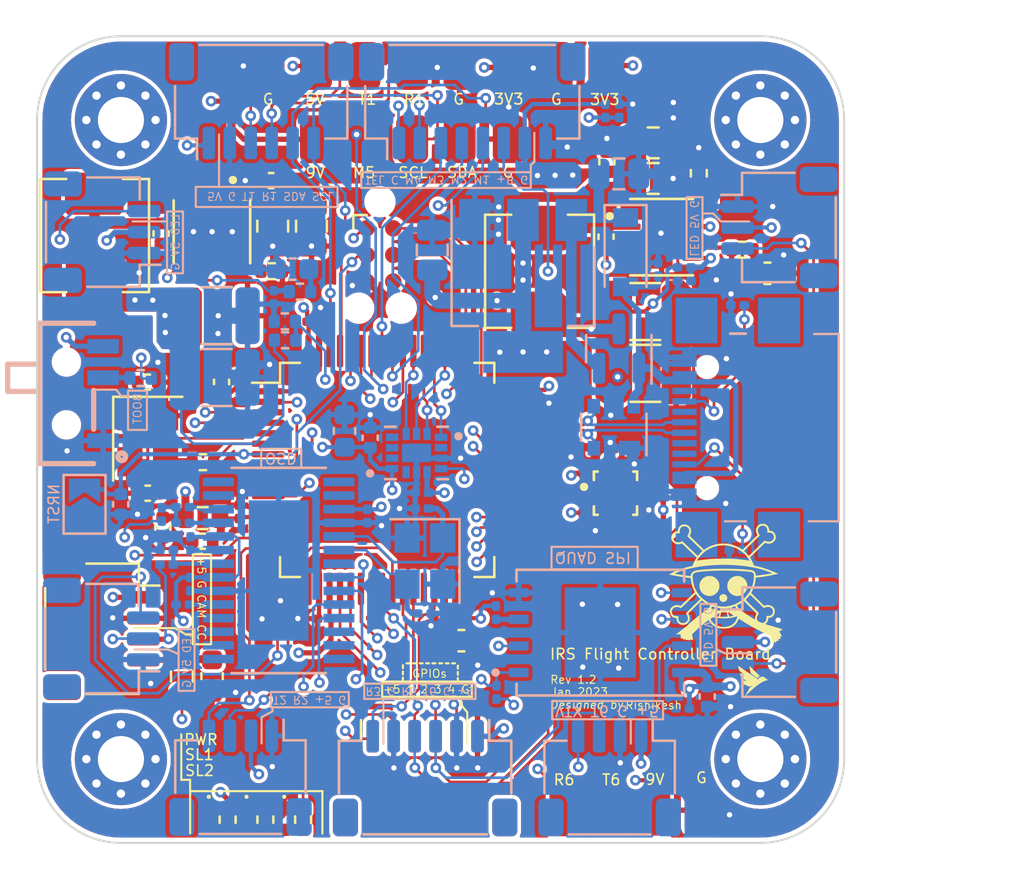
<source format=kicad_pcb>
(kicad_pcb (version 20211014) (generator pcbnew)
  (layers (0 "F.Cu" mixed "F.Cu(Sig_Pwr)") (1 "In1.Cu" power "In1.Cu(GND)") (2 "In2.Cu" mixed "In2.Cu(Sig_Pwr)") (3 "In3.Cu" power "In3.Cu(GND)") (4 "In4.Cu" power "In4.Cu(Pwr)") (5 "In5.Cu" mixed "In5.Cu(Sig_GND)") (6 "In6.Cu" power "In6.Cu(GND)") (31 "B.Cu" mixed "B.Cu(Sig_Pwr)") (34 "B.Paste" user) (35 "F.Paste" user) (36 "B.SilkS" user "B.Silkscreen") (37 "F.SilkS" user "F.Silkscreen") (38 "B.Mask" user) (39 "F.Mask" user) (44 "Edge.Cuts" user))
  (net 0 "")
  (net 1 "OSD_HSE_IN")
  (net 2 "GND")
  (net 3 "OSD_HSE_OUT")
  (net 4 "+3V3")
  (net 5 "+5V")
  (net 6 "+BATT")
  (net 7 "Net-(C24-Pad1)")
  (net 8 "Net-(C24-Pad2)")
  (net 9 "Net-(C25-Pad1)")
  (net 10 "Net-(C26-Pad1)")
  (net 11 "Net-(C27-Pad1)")
  (net 12 "Net-(C28-Pad1)")
  (net 13 "+9V")
  (net 14 "HSE_IN")
  (net 15 "/MCU/VCAP")
  (net 16 "VREF")
  (net 17 "NRST")
  (net 18 "USB_D-")
  (net 19 "USB_D+")
  (net 20 "VBUS")
  (net 21 "Net-(D3-Pad2)")
  (net 22 "CC")
  (net 23 "ESC_TEL_RX")
  (net 24 "ADC_Current")
  (net 25 "RADIO_RX")
  (net 26 "RADIO_TX")
  (net 27 "Net-(P1-PadA5)")
  (net 28 "Net-(P1-PadB5)")
  (net 29 "Net-(R4-Pad2)")
  (net 30 "Net-(R5-Pad2)")
  (net 31 "STATUS_LED1")
  (net 32 "STATUS_LED2")
  (net 33 "VIDEO_IN")
  (net 34 "Net-(R15-Pad1)")
  (net 35 "Net-(R16-Pad1)")
  (net 36 "V_SENSE1")
  (net 37 "V_SENSE2")
  (net 38 "HSE_OUT")
  (net 39 "Net-(R26-Pad1)")
  (net 40 "BOOT0")
  (net 41 "GPS_TX")
  (net 46 "GYRO_CS")
  (net 47 "GYRO_SCK")
  (net 48 "GYRO_MOSI")
  (net 49 "GYRO_MISO")
  (net 51 "GYRO_INT1")
  (net 53 "OSD_CS")
  (net 54 "OSD_MOSI")
  (net 55 "OSD_CLK")
  (net 56 "OSD_MISO")
  (net 60 "Net-(R2-Pad1)")
  (net 61 "Net-(C3-Pad2)")
  (net 62 "Net-(C8-Pad1)")
  (net 63 "Net-(C5-Pad1)")
  (net 64 "BARO_INT")
  (net 65 "Flash_CS")
  (net 66 "Flash_MISO")
  (net 67 "Flash_MOSI")
  (net 68 "Flash_CLK")
  (net 71 "Net-(C5-Pad2)")
  (net 72 "Net-(C23-Pad1)")
  (net 73 "Net-(C23-Pad2)")
  (net 74 "ADC_RSSI")
  (net 75 "ADC_BATT")
  (net 76 "Net-(C35-Pad1)")
  (net 78 "/Connectors/D-")
  (net 79 "LED_STRIP")
  (net 80 "DJI_TX")
  (net 81 "DJI_RX")
  (net 82 "DJI_SBUS")
  (net 83 "GPS_RX")
  (net 85 "GPS_I2C_SDA")
  (net 86 "GPS_I2C_SCL")
  (net 88 "/Connectors/D+")
  (net 89 "VIDEO_OUT")
  (net 90 "SWDIO")
  (net 91 "SWCLK")
  (net 92 "Motor 1")
  (net 93 "Motor 2")
  (net 94 "Motor 3")
  (net 95 "Motor 4")
  (net 96 "Motor 5")
  (net 97 "Net-(C15-Pad1)")
  (net 98 "GPIO_3")
  (net 99 "GPIO_4")
  (net 100 "GPIO_1")
  (net 101 "GPIO_2")
  (net 102 "Baro_I2C_SDA")
  (net 103 "Baro_I2C_SCL")
  (net 104 "Net-(D4-Pad2)")
  (net 105 "Net-(R27-Pad1)")
  (net 106 "Net-(D5-Pad2)")
  (footprint "TestPoint:Solderable Point" (layer "F.Cu") (at 131.32 62.87 90)
    (fp_text reference "TP19" hide)
    (fp_text value "G")
  )
  (footprint "TestPoint:Solderable Point" (layer "F.Cu") (at 138.22 59.38 90)
    (fp_text reference "TP6" hide)
    (fp_text value "G")
  )
  (footprint "TestPoint:Solderable Point" (layer "F.Cu") (at 124.47 59.38 90)
    (fp_text reference "TP5" hide)
    (fp_text value "G")
  )
  (footprint "LED_SMD:LED_0402_1005Metric" (layer "F.Cu") (at 128.5 95.35 -90)
    (fp_text reference "D3" hide)
    (fp_text value "LED")
  )
  (footprint "Capacitor_SMD:C_0201_0603Metric" (layer "F.Cu") (at 128.135 74.44 90)
    (fp_text reference "C39" hide)
    (fp_text value "100n")
  )
  (footprint "TestPoint:Solderable Point" (layer "F.Cu") (at 138.63 95 90)
    (fp_text reference "TP4" hide)
    (fp_text value "DJI_RX")
  )
  (footprint "TestPoint:Solderable Point" (layer "F.Cu") (at 133.58 59.38 90)
    (fp_text reference "TP8" hide)
    (fp_text value "G")
  )
  (footprint "TestPoint:Solderable Point" (layer "F.Cu") (at 135.92 59.38 90)
    (fp_text reference "TP12" hide)
    (fp_text value "3.3V")
  )
  (footprint "TestPoint:Solderable Point" (layer "F.Cu") (at 140.49 59.38 90)
    (fp_text reference "TP11" hide)
    (fp_text value "3.3V")
  )
  (footprint "TestPoint:Solderable Point" (layer "F.Cu") (at 145.08 94.9 90)
    (fp_text reference "TP10" hide)
    (fp_text value "G")
  )
  (footprint "Capacitor_SMD:C_0201_0603Metric" (layer "F.Cu") (at 131.71 71.585)
    (fp_text reference "C46" hide)
    (fp_text value "100n")
  )
  (footprint "Resistor_SMD:R_0603_1608Metric" (layer "F.Cu") (at 126.41 80.96 180)
    (fp_text reference "FB1" hide)
    (fp_text value "120R")
  )
  (footprint "Resistor_SMD:R_0402_1005Metric" (layer "F.Cu") (at 131.2 95.35 -90)
    (fp_text reference "R14" hide)
    (fp_text value "550R")
  )
  (footprint "MountingHole:MountingHole_2.2mm_M2_Pad_Via" (layer "F.Cu") (at 122.51 92.46)
    (fp_text reference "H3" hide)
    (fp_text value "MountingHole")
  )
  (footprint "Resistor_SMD:R_0201_0603Metric" (layer "F.Cu") (at 144.535 80.385 90)
    (fp_text reference "R6" hide)
    (fp_text value "4K7")
  )
  (footprint "Package_QFP:LQFP-64_10x10mm_P0.5mm" (layer "F.Cu") (at 135.21 78.66)
    (fp_text reference "U8" hide)
    (fp_text value "STM32F722RET6")
  )
  (footprint "TestPoint:Solderable Point" (layer "F.Cu") (at 133.59 62.87 90)
    (fp_text reference "TP20" hide)
    (fp_text value "G")
  )
  (footprint "Capacitor_SMD:C_0402_1005Metric" (layer "F.Cu") (at 124.51 81.41 -90)
    (fp_text reference "C44" hide)
    (fp_text value "1u")
  )
  (footprint "LOGO" (layer "F.Cu") (at 151.364013 84.24725)
    (fp_text reference "G***" hide)
    (fp_text value "LOGO" hide)
  )
  (footprint "TestPoint:Solderable Point" (layer "F.Cu") (at 129.05 62.88 90)
    (fp_text reference "TP21" hide)
    (fp_text value "G")
  )
  (footprint "Capacitor_SMD:C_0201_0603Metric" (layer "F.Cu") (at 132.21 85.76 180)
    (fp_text reference "C41" hide)
    (fp_text value "100n")
  )
  (footprint "Capacitor_SMD:C_0805_2012Metric" (layer "F.Cu") (at 147.9 63.05 180)
    (fp_text reference "C17" hide)
    (fp_text value "10u")
  )
  (footprint "Resistor_SMD:R_0402_1005Metric" (layer "F.Cu") (at 152.15 68.15)
    (fp_text reference "R18" hide)
    (fp_text value "10K")
  )
  (footprint "MountingHole:MountingHole_2.2mm_M2_Pad_Via" (layer "F.Cu") (at 122.51 61.96)
    (fp_text reference "H4" hide)
    (fp_text value "MountingHole")
  )
  (footprint "Capacitor_SMD:C_0402_1005Metric" (layer "F.Cu") (at 126.41 82.06 180)
    (fp_text reference "C38" hide)
    (fp_text value "1u")
  )
  (footprint "Resistor_SMD:R_0402_1005Metric" (layer "F.Cu") (at 127.6 95.35 -90)
    (fp_text reference "R29" hide)
    (fp_text value "550R")
  )
  (footprint "Inductor_SMD:MDE0530-6R8M" (layer "F.Cu") (at 121.25 67.475 -90)
    (fp_text reference "L1" hide)
    (fp_text value "3u2, IDC 5.4A")
  )
  (footprint "Capacitor_SMD:C_0805_2012Metric" (layer "F.Cu") (at 131.6 67.025 90)
    (fp_text reference "C16" hide)
    (fp_text value "10u")
  )
  (footprint "Capacitor_SMD:C_0603_1608Metric" (layer "F.Cu") (at 153.35 69.275)
    (fp_text reference "C28" hide)
    (fp_text value "1n8")
  )
  (footprint "Capacitor_SMD:C_0805_2012Metric" (layer "F.Cu") (at 147.9 64.75 180)
    (fp_text reference "C19" hide)
    (fp_text value "10u")
  )
  (footprint "MountingHole:MountingHole_2.2mm_M2_Pad_Via" (layer "F.Cu") (at 153.010006 61.959998)
    (fp_text reference "H1" hide)
    (fp_text value "MountingHole")
  )
  (footprint "Capacitor_SMD:C_1210_3225Metric" (layer "F.Cu") (at 147.525 74.05)
    (fp_text reference "C32" hide)
    (fp_text value "47u")
  )
  (footprint "Resistor_SMD:R_0603_1608Metric" (layer "F.Cu") (at 125.42 88.52 90)
    (fp_text reference "R27" hide)
    (fp_text value "330R")
  )
  (footprint "Capacitor_SMD:C_0201_0603Metric" (layer "F.Cu") (at 142.285 75.16 -90)
    (fp_text reference "C45" hide)
    (fp_text value "100n")
  )
  (footprint "TestPoint:Solderable Point" (layer "F.Cu") (at 135.93 62.87 90)
    (fp_text reference "TP18" hide)
    (fp_text value "G")
  )
  (footprint "TestPoint:Solderable Point" (layer "F.Cu") (at 126.74 59.38 90)
    (fp_text reference "TP13" hide)
    (fp_text value "5V")
  )
  (footprint "Resistor_SMD:R_0402_1005Metric" (layer "F.Cu") (at 150.075 64.5 90)
    (fp_text reference "R16" hide)
    (fp_text value "31K")
  )
  (footprint "Resistor_SMD:R_0402_1005Metric" (layer "F.Cu") (at 129.7 69.175)
    (fp_text reference "R15" hide)
    (fp_text value "31K")
  )
  (footprint "Capacitor_SMD:C_0402_1005Metric" (layer "F.Cu") (at 123.79 74.47)
    (fp_text reference "C34" hide)
    (fp_text value "10p")
  )
  (footprint "LED_SMD:LED_0402_1005Metric" (layer "F.Cu") (at 130.3 95.35 -90)
    (fp_text reference "D4" hide)
    (fp_text value "LED")
  )
  (footprint "Resistor_SMD:R_0201_0603Metric" (layer "F.Cu") (at 143.56 77.01 180)
    (fp_text reference "R11" hide)
    (fp_text value "27R")
  )
  (footprint "Capacitor_SMD:C_0201_0603Metric" (layer "F.Cu") (at 146.085 78.21 180)
    (fp_text reference "C12" hide)
    (fp_text value "100n")
  )
  (footprint "Resistor_SMD:R_0201_0603Metric" (layer "F.Cu") (at 146.435 81.335 180)
    (fp_text reference "R7" hide)
    (fp_text value "4K7")
  )
  (footprint "Capacitor_SMD:C_0402_1005Metric" (layer "F.Cu") (at 123.79 79.77 180)
    (fp_text reference "C35" hide)
    (fp_text value "10p")
  )
  (footprint "TestPoint:Solderable Point" (layer "F.Cu") (at 142.87 94.97 90)
    (fp_text reference "TP16" hide)
    (fp_text value "9V")
  )
  (footprint "Capacitor_SMD:C_0201_0603Metric" (layer "F.Cu") (at 144.535 78.5 90)
    (fp_text reference "C13" hide)
    (fp_text value "100n")
  )
  (footprint "Capacitor_SMD:C_0201_0603Metric" (layer "F.Cu") (at 138.71 85.735 180)
    (fp_text reference "C42" hide)
    (fp_text value "100n")
  )
  (footprint "Connector_JST:JST_SH_SM04B-SRSS-TB_1x04-1MP_P1.00mm_Horizontal" (layer "F.Cu") (at 121.58 86.24 -90)
    (fp_text reference "J10" hide)
    (fp_text value "Conn_01x04")
  )
  (footprint "TestPoint:Solderable Point" (layer "F.Cu") (at 140.74 94.99 90)
    (fp_text reference "TP2" hide)
    (fp_text value "DJI_TX")
  )
  (footprint "Resistor_SMD:R_0201_0603Metric" (layer "F.Cu") (at 143.56 76.26 180)
    (fp_text reference "R12" hide)
    (fp_text value "27R")
  )
  (footprint "Connector:Tag-Connect_TC2030-IDC-NL_2x03_P1.27mm_Vertical" (layer "F.Cu") (at 134.865 68.4 -90)
    (fp_text reference "J9" hide)
    (fp_text value "TC2030-IDC-NL")
  )
  (footprint "TestPoint:Solderable Point" (layer "F.Cu") (at 131.31 59.38 90)
    (fp_text reference "TP3" hide)
    (fp_text value "GRX")
  )
  (footprint "Capacitor_SMD:C_1210_3225Metric" (layer "F.Cu") (at 147.525 71.1)
    (fp_text reference "C30" hide)
    (fp_text value "47u")
  )
  (footprint "LED_SMD:LED_0402_1005Metric" (layer "F.Cu") (at 126.7 95.35 -90)
    (fp_text reference "D5" hide)
    (fp_text value "LED")
  )
  (footprint "Inductor_SMD:MDE0530-6R8M" (layer "F.Cu") (at 142.48 69.18 -90)
    (fp_text reference "L2" hide)
    (fp_text value "2u7, IDC 4A")
  )
  (footprint "LOGO" (layer "F.Cu") (at 152.659994 88.729998)
    (fp_text reference "G***" hide)
    (fp_text value "LOGO" hide)
  )
  (footprint "MountingHole:MountingHole_2.2mm_M2_Pad_Via" (layer "F.Cu") (at 153.01 92.46)
    (fp_text reference "H2" hide)
    (fp_text value "MountingHole")
  )
  (footprint "Capacitor_SMD:C_0402_1005Metric" (layer "F.Cu") (at 124.425 67.375 90)
    (fp_text reference "C23" hide)
    (fp_text value "100n")
  )
  (footprint "TestPoint:Solderable Point" (layer "F.Cu") (at 129.046 59.38 90)
    (fp_text reference "TP1" hide)
    (fp_text value "GTX")
  )
  (footprint "Capacitor_SMD:C_0402_1005Metric" (layer "F.Cu") (at 145.65 67.53 90)
    (fp_text reference "C24" hide)
    (fp_text value "100n")
  )
  (footprint "Resistor_SMD:R_0402_1005Metric" (layer "F.Cu") (at 129.4 95.35 -90)
    (fp_text reference "R13" hide)
    (fp_text value "550R")
  )
  (footprint "Capacitor_SMD:C_0603_1608Metric" (layer "F.Cu") (at 126.86 88.5 -90)
    (fp_text reference "C47" hide)
    (fp_text value "2u2")
  )
  (footprint "Capacitor_SMD:C_0603_1608Metric" (layer "F.Cu") (at 138.75 86.81)
    (fp_text reference "C36" hide)
    (fp_text value "4u7")
  )
  (footprint "Capacitor_SMD:C_1210_3225Metric" (layer "F.Cu") (at 127.075 71.3)
    (fp_text reference "C33" hide)
    (fp_text value "47u")
  )
  (footprint "Capacitor_SMD:C_0201_0603Metric" (layer "F.Cu") (at 128.135 80.66 90)
    (fp_text reference "C40" hide)
    (fp_text value "100n")
  )
  (footprint "TPS54335ADRC:TPS54335ADRCR" (layer "F.Cu") (at 148.3 67.55)
    (fp_text reference "U7" hide)
    (fp_text value "TPS54335ADRCR")
  )
  (footprint "Capacitor_SMD:C_0402_1005Metric" (layer "F.Cu") (at 127.31 74.46 90)
    (fp_text reference "C37" hide)
    (fp_text value "10u")
  )
  (footprint "Resistor_SMD:R_0402_1005Metric" (layer "F.Cu") (at 126.42 78.29 180)
    (fp_text reference "R23" hide)
    (fp_text value "0R")
  )
  (footprint "Crystal:Crystal_SMD_3225-4Pin_3.2x2.5mm" (layer "F.Cu") (at 123.79 77.17 -90)
    (fp_text reference "Y2" hide)
    (fp_text value "8Mhz")
  )
  (footprint "TPS54335ADRC:TPS54335ADRCR" (layer "F.Cu") (at 126.85 67.2975 -90)
    (fp_text reference "U6" hide)
    (fp_text value "TPS54335ADRCR")
  )
  (footprint "TestPoint:Solderable Point" (layer "F.Cu") (at 126.73 62.88 90)
    (fp_text reference "TP15" hide)
    (fp_text value "9V")
  )
  (footprint "Capacitor_SMD:C_0402_1005Metric" (layer "F.Cu") (at 145.69 63.97 -90)
    (fp_text reference "C21" hide)
    (fp_text value "100n")
  )
  (footprint "Capacitor_SMD:C_0402_1005Metric" (layer "F.Cu") (at 129.675 64.85)
    (fp_text reference "C20" hide)
    (fp_text value "100n")
  )
  (footprint "Capacitor_SMD:C_0201_0603Metric" (layer "F.Cu") (at 151.625 69.275 -90)
    (fp_text reference "C26" hide)
    (fp_text value "91p")
  )
  (footprint "Capacitor_SMD:C_0805_2012Metric" (layer "F.Cu") (at 129.75 67.025 90)
    (fp_text reference "C18" hide)
    (fp_text value "10u")
  )
  (footprint "BMP388:BMP388" (layer "F.Cu") (at 146.100013 79.769995)
    (fp_text reference "U3" hide)
    (fp_text value "BMP388")
  )
  (footprint "Connector_JST:JST_SH_SM06B-SRSS-TB_1x06-1MP_P1.00mm_Horizontal" (layer "F.Cu") (at 137.02 93.37)
    (fp_text reference "J12" hide)
    (fp_text value "Conn_01x06")
  )
  (footprint "Capacitor_SMD:C_0201_0603Metric" (layer "B.Cu") (at 136.87 79.75 180)
    (fp_text reference "C10" hide)
    (fp_text value "10n")
  )
  (footprint "Capacitor_SMD:C_0805_2012Metric" (layer "B.Cu") (at 137.36 68.17 90)
    (fp_text reference "C22" hide)
    (fp_text value "22u")
  )
  (footprint "Capacitor_SMD:C_0201_0603Metric" (layer "B.Cu") (at 136.87 80.5 180)
    (fp_text reference "C1" hide)
    (fp_text value "10p")
  )
  (footprint "Connector_JST:JST_SH_SM08B-SRSS-TB_1x08-1MP_P1.00mm_Horizontal" (layer "B.Cu") (at 139.27 61.06)
    (fp_text reference "J5" hide)
    (fp_text value "FC-ESC")
  )
  (footprint "Capacitor_SMD:C_0201_0603Metric" (layer "B.Cu") (at 136.985 85.51)
    (fp_text reference "C2" hide)
    (fp_text value "10p")
  )
  (footprint "Resistor_SMD:R_0402_1005Metric" (layer "B.Cu") (at 130.33 71.57 180)
    (fp_text reference "R20" hide)
    (fp_text value "9K7")
  )
  (footprint "Resistor_SMD:R_0201_0603Metric" (layer "B.Cu") (at 124.69 82.48 180)
    (fp_text reference "R1" hide)
    (fp_text value "75R")
  )
  (footprint "Resistor_SMD:R_0201_0603Metric" (layer "B.Cu") (at 149.3 90.05 180)
    (fp_text reference "R5" hide)
    (fp_text value "0R")
  )
  (footprint "Capacitor_SMD:C_0603_1608Metric" (layer "B.Cu") (at 130.7 69.075 180)
    (fp_text reference "C27" hide)
    (fp_text value "1n8")
  )
  (footprint "Capacitor_SMD:C_0201_0603Metric" (layer "B.Cu") (at 125.46 81.185 180)
    (fp_text reference "C8" hide)
    (fp_text value "22u")
  )
  (footprint "Connector_JST:JST_SH_SM06B-SRSS-TB_1x06-1MP_P1.00mm_Horizontal" (layer "B.Cu") (at 129.2 61.06)
    (fp_text reference "J8" hide)
    (fp_text value "Conn_01x06")
  )
  (footprint "Crystal:Crystal_SMD_3225-4Pin_3.2x2.5mm" (layer "B.Cu") (at 137.01 83.01 -90)
    (fp_text reference "Y1" hide)
    (fp_text value "27MHz")
  )
  (footprint "Resistor_SMD:R_0201_0603Metric" (layer "B.Cu") (at 146.28 61.52 90)
    (fp_text reference "R25" hide)
    (fp_text value "1K")
  )
  (footprint "Capacitor_SMD:C_0805_2012Metric" (layer "B.Cu") (at 146.26 64.53)
    (fp_text reference "C15" hide)
    (fp_text value "10u")
  )
  (footprint "Package_TO_SOT_SMD:SOT-23" (layer "B.Cu") (at 146.26 72.87 90)
    (fp_text reference "Q1" hide)
    (fp_text value "DMG3415")
  )
  (footprint "Capacitor_SMD:C_0201_0603Metric" (layer "B.Cu") (at 124.69 83.18)
    (fp_text reference "C3" hide)
    (fp_text value "100n")
  )
  (footprint "Resistor_SMD:R_0402_1005Metric" (layer "B.Cu") (at 130.34 72.47)
    (fp_text reference "R19" hide)
    (fp_text value "100K")
  )
  (footprint "W25Q256JVEIQ:SON127P600X800X80-9N" (layer "B.Cu") (at 145.38 86.425)
    (fp_text reference "U4" hide)
    (fp_text value "W25Q256JVEIQ")
  )
  (footprint "Connector_JST:JST_SH_SM03B-SRSS-TB_1x03-1MP_P1.00mm_Horizontal" (layer "B.Cu") (at 153.94 86.88 -90)
    (fp_text reference "J2" hide)
    (fp_text value "Conn_01x03")
  )
  (footprint "Capacitor_SMD:C_0402_1005Metric" (layer "B.Cu") (at 122.5 80.3 -90)
    (fp_text reference "C43" hide)
    (fp_text value "0.1u")
  )
  (footprint "Resistor_SMD:R_0201_0603Metric" (layer "B.Cu") (at 124.46 80.785 -90)
    (fp_text reference "R3" hide)
    (fp_text value "75R")
  )
  (footprint "Capacitor_SMD:C_0201_0603Metric" (layer "B.Cu") (at 134.26 80.86 -90)
    (fp_text reference "C6" hide)
    (fp_text value "100n")
  )
  (footprint "Resistor_SMD:R_0201_0603Metric" (layer "B.Cu") (at 125.46 85.085 180)
    (fp_text reference "R2" hide)
    (fp_text value "10K")
  )
  (footprint "Capacitor_SMD:C_0201_0603Metric" (layer "B.Cu") (at 125.46 80.435 180)
    (fp_text reference "C5" hide)
    (fp_text value "22u")
  )
  (footprint "Capacitor_SMD:C_0201_0603Metric" (layer "B.Cu") (at 129.8 70.425 -90)
    (fp_text reference "C25" hide)
    (fp_text value "91p")
  )
  (footprint "Resistor_SMD:R_0201_0603Metric" (layer "B.Cu") (at 151.85 82.475 180)
    (fp_text reference "R10" hide)
    (fp_text value "5K1")
  )
  (footprint "SamacSys_Parts:SSSS810701" (layer "B.Cu") (at 121.66 74.26 90)
    (fp_text reference "SW1" hide)
    (fp_text value "SW_SPDT" hide)
  )
  (footprint "Connector_JST:JST_SH_SM03B-SRSS-TB_1x03-1MP_P1.00mm_Horizontal" (layer "B.Cu") (at 153.92 67.09 -90)
    (fp_text reference "J1" hide)
    (fp_text value "Conn_01x03")
  )
  (footprint "Capacitor_SMD:C_0402_1005Metric" (layer "B.Cu") (at 134.4 77.125 90)
    (fp_text reference "C4" hide)
    (fp_text value "0.1u")
  )
  (footprint "Package_TO_SOT_SMD:SOT-223-3_TabPin2" (layer "B.Cu") (at 141.69 69.88 -90)
    (fp_text reference "U5" hide)
    (fp_text value "AZ1117-ADJ")
  )
  (footprint "Connector_JST:JST_SH_SM04B-SRSS-TB_1x04-1MP_P1.00mm_Horizontal" (layer "B.Cu") (at 128.21 93.35 180)
    (fp_text reference "J6" hide)
    (fp_text value "Conn_01x04")
  )
  (footprint "Capacitor_SMD:C_0201_0603Metric" (layer "B.Cu") (at 125.81 84.11 -90)
    (fp_text reference "C9" hide)
    (fp_text value "100n")
  )
  (footprint "Connector_JST:JST_SH_SM03B-SRSS-TB_1x03-1MP_P1.00mm_Horizontal" (layer "B.Cu") (at 121.62 67.31 90)
    (fp_text reference "J3" hide)
    (fp_text value "Conn_01x03")
  )
  (footprint "Resistor_SMD:R_0201_0603Metric" (layer "B.Cu") (at 149.38 69.64 180)
    (fp_text reference "R22" hide)
    (fp_text value "19K1")
  )
  (footprint "Diode_SMD:D_SOD-123" (layer "B.Cu") (at 146.58 68.27 -90)
    (fp_text reference "D1" hide)
    (fp_text value "RB088LAM-40TFR")
  )
  (footprint "Resistor_SMD:R_0201_0603Metric" (layer "B.Cu") (at 151.925 70.8)
    (fp_text reference "R9" hide)
    (fp_text value "5K1")
  )
  (footprint "Resistor_SMD:R_0402_1005Metric" (layer "B.Cu") (at 123.45 74.275)
    (fp_text reference "R26" hide)
    (fp_text value "10K")
  )
  (footprint "Capacitor_SMD:C_0603_1608Metric" (layer "B.Cu") (at 133.175 76.8 90)
    (fp_text reference "C7" hide)
    (fp_text value "2u2")
  )
  (footprint "Resistor_SMD:R_0402_1005Metric" (layer "B.Cu") (at 131.05 70.15)
    (fp_text reference "R17" hide)
    (fp_text value "10K")
  )
  (footprint "Capacitor_SMD:C_1210_3225Metric" (layer "B.Cu") (at 127.075 71.3)
    (fp_text reference "C29" hide)
    (fp_text value "47u")
  )
  (footprint "Capacitor_SMD:C_0402_1005Metric" (layer "B.Cu") (at 150.475 89.475 90)
    (fp_text reference "C14" hide)
    (fp_text value "100n")
  )
  (footprint "Capacitor_SMD:C_0201_0603Metric" (layer "B.Cu") (at 125.825 82.175 -90)
    (fp_text reference "C11" hide)
    (fp_text value "100n")
  )
  (footprint "Resistor_SMD:R_0201_0603Metric" (layer "B.Cu") (at 145.62 61.52 -90)
    (fp_text reference "R24" hide)
    (fp_text value "10K")
  )
  (footprint "Capacitor_SMD:C_1210_3225Metric" (layer "B.Cu") (at 127.075 74.25)
    (fp_text reference "C31" hide)
    (fp_text value "47u")
  )
  (footprint "Connector_JST:JST_SH_SM03B-SRSS-TB_1x03-1MP_P1.00mm_Horizontal" (layer "B.Cu") (at 121.57 86.71 90)
    (fp_text reference "J4" hide)
    (fp_text value "Conn_01x03")
  )
  (footprint "Connector_JST:JST_SH_SM04B-SRSS-TB_1x04-1MP_P1.00mm_Horizontal" (layer "B.Cu") (at 145.82 93.37 180)
    (fp_text reference "J11" hide)
    (fp_text value "Conn_01x04")
  )
  (footprint "Resistor_SMD:R_0201_0603Metric" (layer "B.Cu") (at 140.425 89.275 90)
    (fp_text reference "R8" hide)
    (fp_text value "10K")
  )
  (footprint "Package_TO_SOT_SMD:SOT-143" (layer "B.Cu") (at 146.02 76.62 90)
    (fp_text reference "D2" hide)
    (fp_text value "PRTR5V0U2X")
  )
  (footprint "Jumper:SolderJumper-2_P1.3mm_Open_TrianglePad1.0x1.5mm" (layer "B.Cu") (at 120.775 80.3 90)
    (fp_text reference "JP1" hide)
    (fp_text value "NRST")
  )
  (footprint "MAX7456EUI_:SOP65P637X110-28N" (layer "B.Cu") (at 130.035 83.46 180)
    (fp_text reference "U2" hide)
    (fp_text value "AT7456E")
  )
  (footprint "Resistor_SMD:R_0201_0603Metric" (layer "B.Cu") (at 149.38 68.99)
    (fp_text reference "R21" hide)
    (fp_text value "100K")
  )
  (footprint "Connector_JST:JST_SH_SM06B-SRSS-TB_1x06-1MP_P1.00mm_Horizontal" (layer "B.Cu") (at 137.02 93.37 180)
    (fp_text reference "J7" hide)
    (fp_text value "DJI Air Unit")
  )
  (footprint "USB4110-GF-A:USB4110GFA" (layer "B.Cu") (at 153.07 76.64 -90)
    (fp_text reference "P1" hide)
    (fp_text value "USB_C_Plug_USB2.0" hide)
  )
  (footprint "Resistor_SMD:R_0201_0603Metric" (layer "B.Cu") (at 140.4 85.475 -90)
    (fp_text reference "R4" hide)
    (fp_text value "0R")
  )
  (footprint "Resistor_SMD:R_0201_0603Metric" (layer "B.Cu") (at 148.14 69.09 90)
    (fp_text reference "R28" hide)
    (fp_text value "100K")
  )
  (footprint "ICM-42688-P:ICP-42688-P" (layer "B.Cu") (at 136.6125 77.85 180)
    (fp_text reference "U1" hide)
    (fp_text value "ICM-42688-P")
  )
  (gr_line (start 142.06 64.11) (end 142.23 63.95) (layer "B.SilkS") (width 0.1016))
  (gr_rect (start 129.66 89.26) (end 133.38 89.99) (layer "B.SilkS") (width 0.1016) (fill none))
  (gr_rect (start 143.08 89.69) (end 148.37 90.56) (layer "B.SilkS") (width 0.1016) (fill none))
  (gr_line (start 129.22 90.46) (end 129.74 90.18) (layer "B.SilkS") (width 0.1016))
  (gr_rect (start 147.16 83.4) (end 143.05 82.33) (layer "B.SilkS") (width 0.1016) (fill none))
  (gr_line (start 127.19 62.65) (end 127.19 65.15) (layer "B.SilkS") (width 0.1016))
  (gr_line (start 142.23 62.57) (end 142.23 63.95) (layer "B.SilkS") (width 0.1016))
  (gr_line (start 152.48 66.8) (end 151.13 66.8) (layer "B.SilkS") (width 0.1016))
  (gr_line (start 146.83 90.56) (end 146.83 91.72) (layer "B.SilkS") (width 0.1016))
  (gr_rect (start 129.2 78.55) (end 131.11 77.65) (layer "B.SilkS") (width 0.1016) (fill none))
  (gr_line (start 142.06 64.45) (end 142.06 64.11) (layer "B.SilkS") (width 0.1016))
  (gr_rect (start 133.97 64.45) (end 142.06 65.2) (layer "B.SilkS") (width 0.1016) (fill none))
  (gr_line (start 151.31 87.41) (end 152.59 87.41) (layer "B.SilkS") (width 0.1016))
  (gr_rect (start 126.02 89.205) (end 125.26 86.255) (layer "B.SilkS") (width 0.1016) (fill none))
  (gr_line (start 121.21 74.83) (end 122.29 74.83) (layer "B.SilkS") (width 0.1016))
  (gr_line (start 150.76 66.42) (end 150.28 66.42) (layer "B.SilkS") (width 0.1016))
  (gr_line (start 123.07 66.8) (end 124.71 66.8) (layer "B.SilkS") (width 0.1016))
  (gr_rect (start 134.115 88.86) (end 139.425 89.59) (layer "B.SilkS") (width 0.1016) (fill none))
  (gr_line (start 135.03 91.73) (end 135.03 89.59) (layer "B.SilkS") (width 0.1016))
  (gr_line (start 151.13 66.8) (end 150.76 66.42) (layer "B.SilkS") (width 0.1016))
  (gr_line (start 122.52 75.13) (end 122.85 75.13) (layer "B.SilkS") (width 0.1016))
  (gr_rect (start 149.49 65.64) (end 150.25 68.59) (layer "B.SilkS") (width 0.1016) (fill none))
  (gr_line (start 124.76 87.23) (end 125.26 87.45) (layer "B.SilkS") (width 0.1016))
  (gr_rect (start 126.08 65.15) (end 132.84 66.11) (layer "B.SilkS") (width 0.1016) (fill none))
  (gr_line (start 123.15 87.23) (end 124.76 87.23) (layer "B.SilkS") (width 0.1016))
  (gr_line (start 129.74 90.18) (end 129.74 89.99) (layer "B.SilkS") (width 0.1016))
  (gr_rect (start 150.15 85.055) (end 150.91 88.005) (layer "B.SilkS") (width 0.1016) (fill none))
  (gr_line (start 150.91 87.21) (end 151.31 87.41) (layer "B.SilkS") (width 0.1016))
  (gr_line (start 122.29 74.83) (end 122.52 75.13) (layer "B.SilkS") (width 0.1016))
  (gr_rect (start 122.85 74.88) (end 123.75 76.75) (layer "B.SilkS") (width 0.1016) (fill none))
  (gr_rect (start 125.47 69.275) (end 124.71 66.325) (layer "B.SilkS") (width 0.1016) (fill none))
  (gr_line (start 129.22 91.71) (end 129.22 90.46) (layer "B.SilkS") (width 0.1016))
  (gr_line (start 125.08 86.21) (end 125.62 86.52) (layer "F.SilkS") (width 0.1016))
  (gr_rect (start 134.97 88.76) (end 139.25 89.49) (layer "F.SilkS") (width 0.1016) (fill none))
  (gr_line (start 137.07 87.89) (end 137.21 87.89) (layer "F.SilkS") (width 0.1016))
  (gr_line (start 138.73 89.86) (end 138.73 89.49) (layer "F.SilkS") (width 0.1016))
  (gr_line (start 135.96 88.42) (end 135.96 88.28) (layer "F.SilkS") (width 0.1016))
  (gr_line (start 123.13 86.21) (end 125.08 86.21) (layer "F.SilkS") (width 0.1016))
  (gr_line (start 137.51 87.89) (end 137.37 87.89) (layer "F.SilkS") (width 0.1016))
  (gr_line (start 136.27 87.89) (end 136.13 87.89) (layer "F.SilkS") (width 0.1016))
  (gr_line (start 132.120005 93.990008) (end 132.120005 96.020001) (layer "F.SilkS") (width 0.1016))
  (gr_line (start 138.58 88.73) (end 138.58 88.59) (layer "F.SilkS") (width 0.1016))
  (gr_line (start 125.389996 93.450004) (end 125.389996 91.280005) (layer "F.SilkS") (width 0.1016))
  (gr_line (start 135.96 88.12) (end 135.96 87.98) (layer "F.SilkS") (width 0.1016))
  (gr_line (start 138.58 88.14) (end 138.58 88) (layer "F.SilkS") (width 0.1016))
  (gr_line (start 139.03 91.73) (end 139.03 90.23) (layer "F.SilkS") (width 0.1016))
  (gr_line (start 125.81001 93.990008) (end 132.120005 93.990008) (layer "F.SilkS") (width 0.1016))
  (gr_line (start 139.03 90.23) (end 138.73 89.86) (layer "F.SilkS") (width 0.1016))
  (gr_line (start 136.59 87.89) (end 136.45 87.89) (layer "F.SilkS") (width 0.1016))
  (gr_line (start 135.96 88.71) (end 135.96 88.57) (layer "F.SilkS") (width 0.1016))
  (gr_line (start 125.81001 96.000011) (end 125.81001 93.990008) (layer "F.SilkS") (width 0.1016))
  (gr_line (start 138.58 88.44) (end 138.58 88.3) (layer "F.SilkS") (width 0.1016))
  (gr_line (start 125.62 86.52) (end 125.93 86.52) (layer "F.SilkS") (width 0.1016))
  (gr_line (start 138.14 87.89) (end 138 87.89) (layer "F.SilkS") (width 0.1016))
  (gr_line (start 138.31 87.89) (end 138.45 87.89) (layer "F.SilkS") (width 0.1016))
  (gr_rect (start 125.94 82.69) (end 126.81 86.98) (layer "F.SilkS") (width 0.1016) (fill none))
  (gr_line (start 136.9 87.89) (end 136.76 87.89) (layer "F.SilkS") (width 0.1016))
  (gr_line (start 125.81001 93.450004) (end 125.389996 93.450004) (layer "F.SilkS") (width 0.1016))
  (gr_line (start 125.81001 94.020005) (end 125.81001 93.450004) (layer "F.SilkS") (width 0.1016))
  (gr_line (start 137.83 87.89) (end 137.69 87.89) (layer "F.SilkS") (width 0.1016))
  (gr_line (start 153.01 96.46) (end 122.51 96.46) (layer "Edge.Cuts") (width 0.1))
  (gr_arc (start 157.01 92.46) (mid 155.838427 95.288427) (end 153.01 96.46) (layer "Edge.Cuts") (width 0.1))
  (gr_line (start 122.51 57.96) (end 153.01 57.96) (layer "Edge.Cuts") (width 0.1))
  (gr_line (start 118.51 92.46) (end 118.51 61.96) (layer "Edge.Cuts") (width 0.1))
  (gr_arc (start 122.51 96.46) (mid 119.681573 95.288427) (end 118.51 92.46) (layer "Edge.Cuts") (width 0.1))
  (gr_line (start 157.01 61.96) (end 157.01 92.46) (layer "Edge.Cuts") (width 0.1))
  (gr_arc (start 153.01 57.96) (mid 155.838427 59.131573) (end 157.01 61.96) (layer "Edge.Cuts") (width 0.1))
  (gr_arc (start 118.51 61.96) (mid 119.681573 59.131573) (end 122.51 57.96) (layer "Edge.Cuts") (width 0.1))
  (gr_text "LED 5V G" (at 125.11 67.785 90) (layer "B.SilkS") (effects (font (size 0.381 0.381) (thickness 0.0508)) (justify mirror)))
  (gr_text "OSD\n" (at 130.14 78.1 180) (layer "B.SilkS") (effects (font (size 0.508 0.508) (thickness 0.0762)) (justify mirror)))
  (gr_text "LED 5V G" (at 150.51 86.545 270) (layer "B.SilkS") (effects (font (size 0.381 0.381) (thickness 0.0508)) (justify mirror)))
  (gr_text "QUAD SPI" (at 145.02 82.84 180) (layer "B.SilkS") (effects (font (size 0.508 0.508) (thickness 0.0762)) (justify mirror)))
  (gr_text "BOOT" (at 123.3 75.74 90) (layer "B.SilkS") (effects (font (size 0.381 0.381) (thickness 0.0508)) (justify mirror)))
  (gr_text "TEL C M4 M3 M2 M1 +B G" (at 138.04 64.81 180) (layer "B.SilkS") (effects (font (size 0.381 0.381) (thickness 0.0508)) (justify mirror)))
  (gr_text "NRST" (at 119.31 80.28 90) (layer "B.SilkS") (effects (font (size 0.508 0.508) (thickness 0.0762)) (justify mirror)))
  (gr_text "5V G T1 R1 SDA SCL" (at 129.65 65.59 180) (layer "B.SilkS") (effects (font (size 0.381 0.381) (thickness 0.0508)) (justify mirror)))
  (gr_text "LED 5V G" (at 125.66 87.715 90) (layer "B.SilkS") (effects (font (size 0.381 0.381) (thickness 0.0508)) (justify mirror)))
  (gr_text "VTX T6 G +5" (at 145.7 90.16 180) (layer "B.SilkS") (effects (font (size 0.508 0.508) (thickness 0.0762)) (justify mirror)))
  (gr_text "LED 5V G" (at 149.85 67.13 270) (layer "B.SilkS") (effects (font (size 0.381 0.381) (thickness 0.0508)) (justify mirror)))
  (gr_text "R3 G R6 T6 G +9" (at 136.77 89.22 180) (layer "B.SilkS") (effects (font (size 0.381 0.381) (thickness 0.0508)) (justify mirror)))
  (gr_text "T2 R2 +5 G" (at 131.51 89.63 180) (layer "B.SilkS") (effects (font (size 0.381 0.381) (thickness 0.0508)) (justify mirror)))
  (gr_text "M5" (at 134.11 64.47) (layer "F.SilkS") (effects (font (size 0.508 0.508) (thickness 0.0762))))
  (gr_text "3V3" (at 141.01 60.96) (layer "F.SilkS") (effects (font (size 0.508 0.508) (thickness 0.0762))))
  (gr_text "5V" (at 131.760011 60.97) (layer "F.SilkS") (effects (font (size 0.508 0.508) (thickness 0.0762))))
  (gr_text "GPIOs" (at 137.23 88.38) (layer "F.SilkS") (effects (font (size 0.381 0.381) (thickness 0.0508))))
  (gr_text "Rishikesh" (at 147.92 89.89) (layer "F.SilkS") (effects (font (size 0.381 0.381) (thickness 0.0508))))
  (gr_text "G" (at 143.28 60.97) (layer "F.SilkS") (effects (font (size 0.508 0.508) (thickness 0.0762))))
  (gr_text "SDA" (at 138.78 64.46) (layer "F.SilkS") (effects (font (size 0.508 0.508) (thickness 0.0762))))
  (gr_text "T1" (at 134.26 60.97) (layer "F.SilkS") (effects (font (size 0.508 0.508) (thickness 0.0762))))
  (gr_text "SCL" (at 136.44 64.47) (layer "F.SilkS") (effects (font (size 0.508 0.508) (thickness 0.0762))))
  (gr_text "SL1" (at 126.25 92.25) (layer "F.SilkS") (effects (font (size 0.508 0.508) (thickness 0.0762))))
  (gr_text "9V\n" (at 147.98 93.43) (layer "F.SilkS") (effects (font (size 0.508 0.508) (thickness 0.0762))))
  (gr_text "+5 G CAM CC\n" (at 126.35 84.8 270) (layer "F.SilkS") (effects (font (size 0.381 0.381) (thickness 0.0508))))
  (gr_text "G" (at 129.53 60.97) (layer "F.SilkS") (effects (font (size 0.508 0.508) (thickness 0.0762))))
  (gr_text "SL2" (at 126.26 93.01) (layer "F.SilkS") (effects (font (size 0.508 0.508) (thickness 0.0762))))
  (gr_text "Rev 1.2" (at 144.09 88.67) (layer "F.SilkS") (effects (font (size 0.381 0.381) (thickness 0.0508))))
  (gr_text "Designed by " (at 144.869992 89.870001) (layer "F.SilkS") (effects (font (size 0.381 0.381) (thickness 0.0508) italic)))
  (gr_text "+5 1 2 3 4 G" (at 137.07 89.13) (layer "F.SilkS") (effects (font (size 0.381 0.381) (thickness 0.0508))))
  (gr_text "IRS Flight Controller Board" (at 148.24 87.45) (layer "F.SilkS") (effects (font (size 0.508 0.508) (thickness 0.0762))))
  (gr_text "G" (at 150.2 93.35) (layer "F.SilkS") (effects (font (size 0.508 0.508) (thickness 0.0762))))
  (gr_text "T6\n" (at 145.9 93.45) (layer "F.SilkS") (effects (font (size 0.508 0.508) (thickness 0.0762))))
  (gr_text "G" (at 140.97 64.46) (layer "F.SilkS") (effects (font (size 0.508 0.508) (thickness 0.0762))))
  (gr_text "R1" (at 136.5 60.97) (layer "F.SilkS") (effects (font (size 0.508 0.508) (thickness 0.0762))))
  (gr_text "PWR" (at 126.33 91.53) (layer "F.SilkS") (effects (font (size 0.508 0.508) (thickness 0.0762))))
  (gr_text "Jan 2023" (at 144.38 89.26) (layer "F.SilkS") (effects (font (size 0.381 0.381) (thickness 0.0508))))
  (gr_text "9V" (at 131.78 64.47) (layer "F.SilkS") (effects (font (size 0.508 0.508) (thickness 0.0762))))
  (gr_text "3V3" (at 145.59 60.98) (layer "F.SilkS") (effects (font (size 0.508 0.508) (thickness 0.0762))))
  (gr_text "G" (at 138.62 60.97) (layer "F.SilkS") (effects (font (size 0.508 0.508) (thickness 0.0762))))
  (gr_text "R6\n" (at 143.650005 93.45) (layer "F.SilkS") (effects (font (size 0.508 0.508) (thickness 0.0762))))
  (segment (start 137.59 80.5) (end 137.86 80.77) (width 0.254) (layer "B.Cu") (net 1))
  (segment (start 137.53 83.06) (end 137.86 82.73) (width 0.127) (layer "B.Cu") (net 1))
  (segment (start 135.51 83.06) (end 137.53 83.06) (width 0.127) (layer "B.Cu") (net 1))
  (segment (start 137.86 80.77) (end 137.86 81.91) (width 0.254) (layer "B.Cu") (net 1))
  (segment (start 134.285 81.835) (end 135.51 83.06) (width 0.127) (layer "B.Cu") (net 1))
  (segment (start 137.86 82.73) (end 137.86 81.91) (width 0.127) (layer "B.Cu") (net 1))
  (segment (start 137.19 80.5) (end 137.59 80.5) (width 0.254) (layer "B.Cu") (net 1))
  (segment (start 132.91 81.835) (end 134.285 81.835) (width 0.127) (layer "B.Cu") (net 1))
  (segment (start 150.075 63.285) (end 150.07 63.28) (width 0.508) (layer "F.Cu") (net 2))
  (segment (start 138.39 85.735) (end 138.39 85.93) (width 0.2032) (layer "F.Cu") (net 2))
  (segment (start 126.86 89.275) (end 127.975 89.275) (width 0.381) (layer "F.Cu") (net 2))
  (segment (start 147.8 68.05) (end 148.3 67.55) (width 0.25) (layer "F.Cu") (net 2))
  (segment (start 147 78.87) (end 146.865 79.005) (width 0.381) (layer "F.Cu") (net 2))
  (segment (start 131.96 84.335) (end 131.96 85.69) (width 0.2032) (layer "F.Cu") (net 2))
  (segment (start 130.21 68.83) (end 129.75 68.37) (width 0.254) (layer "F.Cu") (net 2))
  (segment (start 123.31 80.765) (end 123.3 80.775) (width 0.381) (layer "F.Cu") (net 2))
  (segment (start 123.31 79.77) (end 123.31 79.56) (width 0.381) (layer "F.Cu") (net 2))
  (segment (start 124.27 74.47) (end 124.27 75.7) (width 0.381) (layer "F.Cu") (net 2))
  (segment (start 146.865 68.55) (end 147.77 68.55) (width 0.25) (layer "F.Cu") (net 2))
  (segment (start 151.625 69.595) (end 151.625 70.245) (width 0.2032) (layer "F.Cu") (net 2))
  (segment (start 128.5 94.34) (end 128.5 94.865) (width 0.127) (layer "F.Cu") (net 2))
  (segment (start 133.55 69.86) (end 133.74 69.67) (width 0.127) (layer "F.Cu") (net 2))
  (segment (start 130.21 69.175) (end 130.21 68.83) (width 0.254) (layer "F.Cu") (net 2))
  (segment (start 151.625 70.245) (end 151.61 70.26) (width 0.2032) (layer "F.Cu") (net 2))
  (segment (start 123.58 85.74) (end 122.14 85.74) (width 0.254) (layer "F.Cu") (net 2))
  (segment (start 129.73 93.54) (end 129.01 94.26) (width 0.127) (layer "F.Cu") (net 2))
  (segment (start 142.18 59.48) (end 143.2 59.48) (width 0.254) (layer "F.Cu") (net 2))
  (segment (start 148.3 68.02) (end 148.3 67.55) (width 0.25) (layer "F.Cu") (net 2))
  (segment (start 123.31 79.56) (end 122.94 79.19) (width 0.381) (layer "F.Cu") (net 2))
  (segment (start 130.3 94.865) (end 130.3 95.17) (width 0.127) (layer "F.Cu") (net 2))
  (segment (start 123.3 81.425) (end 123.3 81.575) (width 0.381) (layer "F.Cu") (net 2))
  (segment (start 128.135 80.34) (end 128.135 79.855) (width 0.127) (layer "F.Cu") (net 2))
  (segment (start 138.59 59.45) (end 138.66 59.38) (width 0.254) (layer "F.Cu") (net 2))
  (segment (start 138.78 86.32) (end 138.78 86.67) (width 0.2032) (layer "F.Cu") (net 2))
  (segment (start 129.535 80.41) (end 128.205 80.41) (width 0.2032) (layer "F.Cu") (net 2))
  (segment (start 139.52 91.37) (end 139.52 92.87) (width 0.2032) (layer "F.Cu") (net 2))
  (segment (start 128.5 95.34) (end 126.83 95.34) (width 0.127) (layer "F.Cu") (net 2))
  (segment (start 151.32 94.9) (end 151.54 95.12) (width 0.2032) (layer "F.Cu") (net 2))
  (segment (start 124.51 81.89) (end 123.69 81.89) (width 0.381) (layer "F.Cu") (net 2))
  (segment (start 154.125 68.405) (end 154.125 69.275) (width 0.254) (layer "F.Cu") (net 2))
  (segment (start 130.3 95.17) (end 130.13 95.34) (width 0.127) (layer "F.Cu") (net 2))
  (segment (start 131.671324 85.75) (end 131.681324 85.76) (width 0.2032) (layer "F.Cu") (net 2))
  (segment (start 146.835 78.21) (end 147 78.375) (width 0.381) (layer "F.Cu") (net 2))
  (segment (start 125.165 81.89) (end 124.51 81.89) (width 0.381) (layer "F.Cu") (net 2))
  (segment (start 154.12 68.4) (end 154.125 68.405) (width 0.254) (layer "F.Cu") (net 2))
  (segment (start 128.5 95.34) (end 130.13 95.34) (width 0.127) (layer "F.Cu") (net 2))
  (segment (start 148.08 67.55) (end 148.27 67.36) (width 0.25) (layer "F.Cu") (net 2))
  (segment (start 150.16 94.9) (end 151.32 94.9) (width 0.2032) (layer "F.Cu") (net 2))
  (segment (start 126.85 67.28) (end 126.86 67.29) (width 0.254) (layer "F.Cu") (net 2))
  (segment (start 148.3 67.39) (end 148.27 67.36) (width 0.127) (layer "F.Cu") (net 2))
  (segment (start 123.3 81.575) (end 123.615 81.89) (width 0.381) (layer "F.Cu") (net 2))
  (segment (start 146.865 67.55) (end 148.08 67.55) (width 0.25) (layer "F.Cu") (net 2))
  (segment (start 126.85 65.8625) (end 126.85 67.28) (width 0.254) (layer "F.Cu") (net 2))
  (segment (start 138.92 86.81) (end 139.525 86.81) (width 0.2032) (layer "F.Cu") (net 2))
  (segment (start 138.39 85.93) (end 138.78 86.32) (width 0.2032) (layer "F.Cu") (net 2))
  (segment (start 138.46 84.335) (end 138.46 85.665) (width 0.2032) (layer "F.Cu") (net 2))
  (segment (start 146.1 79.005) (end 146.6 79.005) (width 0.2032) (layer "F.Cu") (net 2))
  (segment (start 127.975 89.275) (end 127.98 89.28) (width 0.381) (layer "F.Cu") (net 2))
  (segment (start 131.96 72.985) (end 131.96 71.655) (width 0.2032) (layer "F.Cu") (net 2))
  (segment (start 129.195 64.85) (end 128.44 64.85) (width 0.762) (layer "F.Cu") (net 2))
  (segment (start 137.6 59.45) (end 138.59 59.45) (width 0.254) (layer "F.Cu") (net 2))
  (segment (start 126.83 95.34) (end 126.7 95.21) (width 0.127) (layer "F.Cu") (net 2))
  (segment (start 146.635 80.57) (end 146.6 80.535) (width 0.254) (layer "F.Cu") (net 2))
  (segment (start 125.85 65.8625) (end 125.85 67.17) (width 0.254) (layer "F.Cu") (net 2))
  (segment (start 123.31 79.77) (end 123.31 80.765) (width 0.381) (layer "F.Cu") (net 2))
  (segment (start 126.35 65.8625) (end 126.35 66.91) (width 0.254) (layer "F.Cu") (net 2))
  (segment (start 140.885 75.41) (end 142.215 75.41) (width 0.2032) (layer "F.Cu") (net 2))
  (segment (start 123.3 81.425) (end 123.3 80.775) (width 0.381) (layer "F.Cu") (net 2))
  (segment (start 124.27 73.53) (end 124.275 73.525) (width 0.381) (layer "F.Cu") (net 2))
  (segment (start 126.35 66.91) (end 125.97 67.29) (width 0.254) (layer "F.Cu") (net 2))
  (segment (start 145.14 81.31) (end 145.600013 80.849987) (width 0.127) (layer "F.Cu") (net 2))
  (segment (start 148.85 63.05) (end 148.85 61.87) (width 0.762) (layer "F.Cu") (net 2))
  (segment (start 131.681324 85.76) (end 131.89 85.76) (width 0.2032) (layer "F.Cu") (net 2))
  (segment (start 148.86 61.86) (end 148.86 61.12) (width 0.762) (layer "F.Cu") (net 2))
  (segment (start 148.85 61.87) (end 148.86 61.86) (width 0.762) (layer "F.Cu") (net 2))
  (segment (start 128.205 80.41) (end 128.135 80.34) (width 0.2032) (layer "F.Cu") (net 2))
  (segment (start 129.75 68.37) (end 129.75 67.98) (width 0.254) (layer "F.Cu") (net 2))
  (segment (start 142.215 75.41) (end 142.285 75.48) (width 0.2032) (layer "F.Cu") (net 2))
  (segment (start 138.46 85.665) (end 138.39 85.735) (width 0.2032) (layer "F.Cu") (net 2))
  (segment (start 148.85 64.75) (end 148.85 63.05) (width 0.762) (layer "F.Cu") (net 2))
  (segment (start 126.7 95.21) (end 126.7 94.865) (width 0.127) (layer "F.Cu") (net 2))
  (segment (start 139.52 92.87) (end 139.53 92.88) (width 0.2032) (layer "F.Cu") (net 2))
  (segment (start 127.15 71.3) (end 128.55 71.3) (width 0.762) (layer "F.Cu") (net 2))
  (segment (start 127.72 73.98) (end 127.31 73.98) (width 0.2032) (layer "F.Cu") (net 2))
  (segment (start 141.01 62.87) (end 141.01 61.34) (width 0.254) (layer "F.Cu") (net 2))
  (segment (start 144.12 78.18) (end 143.98 78.04) (width 0.254) (layer "F.Cu") (net 2))
  (segment (start 128.135 79.855) (end 128.3 79.69) (width 0.127) (layer "F.Cu") (net 2))
  (segment (start 138.78 86.67) (end 138.92 86.81) (width 0.2032) (layer "F.Cu") (net 2))
  (segment (start 145.69 63.49) (end 145.69 62.84) (width 0.381) (layer "F.Cu") (net 2))
  (segment (start 128.58 94.26) (end 128.5 94.34) (width 0.127) (layer "F.Cu") (net 2))
  (segment (start 125.93 82.06) (end 125.335 82.06) (width 0.381) (layer "F.Cu") (net 2))
  (segment (start 139.525 86.81) (end 139.525 87.975) (width 0.254) (layer "F.Cu") (net 2))
  (segment (start 130.95 85.75) (end 131.671324 85.75) (width 0.2032) (layer "F.Cu") (net 2))
  (segment (start 128.135 74.12) (end 127.86 74.12) (width 0.2032) (layer "F.Cu") (net 2))
  (segment (start 127.86 74.12) (end 127.72 73.98) (width 0.2032) (layer "F.Cu") (net 2))
  (segment (start 151.625 69.595) (end 150.915 69.595) (width 0.2032) (layer "F.Cu") (net 2))
  (segment (start 129.105 74.12) (end 129.6 73.625) (width 0.2032) (layer "F.Cu") (net 2))
  (segment (start 146.865 68.05) (end 147.8 68.05) (width 0.25) (layer "F.Cu") (net 2))
  (segment (start 142.92 75.48) (end 142.925 75.475) (width 0.2032) (layer "F.Cu") (net 2))
  (segment (start 146.405 78.21) (end 146.835 78.21) (width 0.381) (layer "F.Cu") (net 2))
  (segment (start 129.55 59.38) (end 128.35 59.38) (width 0.2032) (layer "F.Cu") (net 2))
  (segment (start 145.600013 80.534995) (end 145.600013 80.849987) (width 0.127) (layer "F.Cu") (net 2))
  (segment (start 128.135 74.12) (end 129.105 74.12) (width 0.2032) (layer "F.Cu") (net 2))
  (segment (start 145.14 81.31) (end 145.14 81.56) (width 0.127) (layer "F.Cu") (net 2))
  (segment (start 150.075 63.99) (end 150.075 63.285) (width 0.508) (layer "F.Cu") (net 2))
  (segment (start 129.75 67.98) (end 129.75 67.975) (width 0.254) (layer "F.Cu") (net 2))
  (segment (start 122.94 79.19) (end 122.94 78.27) (width 0.381) (layer "F.Cu") (net 2))
  (segment (start 125.85 67.17) (end 125.97 67.29) (width 0.254) (layer "F.Cu") (net 2))
  (segment (start 123.615 81.89) (end 123.69 81.89) (width 0.381) (layer "F.Cu") (net 2))
  (segment (start 139.525 87.975) (end 139.53 87.98) (width 0.254) (layer "F.Cu") (net 2))
  (segment (start 147.77 68.55) (end 148.3 68.02) (width 0.25) (layer "F.Cu") (net 2))
  (segment (start 124.27 74.47) (end 124.27 73.53) (width 0.381) (layer "F.Cu") (net 2))
  (segment (start 129.01 94.26) (end 128.58 94.26) (width 0.127) (layer "F.Cu") (net 2))
  (segment (start 122.14 85.74) (end 122.12 85.72) (width 0.254) (layer "F.Cu") (net 2))
  (segment (start 147.69 80.57) (end 146.635 80.57) (width 0.254) (layer "F.Cu") (net 2))
  (segment (start 143.2 59.48) (end 143.3 59.38) (width 0.254) (layer "F.Cu") (net 2))
  (segment (start 132.03 70.91) (end 132.03 71.585) (width 0.2032) (layer "F.Cu") (net 2))
  (segment (start 128.5 94.865) (end 128.5 95.34) (width 0.127) (layer "F.Cu") (net 2))
  (segment (start 129.73 92.82) (end 129.73 93.54) (width 0.127) (layer "F.Cu") (net 2))
  (segment (start 125.335 82.06) (end 125.165 81.89) (width 0.381) (layer "F.Cu") (net 2))
  (segment (start 124.27 75.7) (end 124.64 76.07) (width 0.381) (layer "F.Cu") (net 2))
  (segment (start 131.96 85.69) (end 131.89 85.76) (width 0.2032) (layer "F.Cu") (net 2))
  (segment (start 133.74 69.67) (end 134.23 69.67) (width 0.127) (layer "F.Cu") (net 2))
  (segment (start 146.865 79.005) (end 146.6 79.005) (width 0.381) (layer "F.Cu") (net 2))
  (segment (start 147 78.375) (end 147 78.87) (width 0.381) (layer "F.Cu") (net 2))
  (segment (start 150.915 69.595) (end 150.91 69.59) (width 0.2032) (layer "F.Cu") (net 2))
  (segment (start 131.96 71.655) (end 132.03 71.585) (width 0.2032) (layer "F.Cu") (net 2))
  (segment (start 122.125 85.725) (end 122.12 85.72) (width 0.127) (layer "F.Cu") (net 2))
  (segment (start 144.535 78.18) (end 144.12 78.18) (width 0.254) (layer "F.Cu") (net 2))
  (segment (start 142.285 75.48) (end 142.92 75.48) (width 0.2032) (layer "F.Cu") (net 2))
  (segment (start 129.75 67.975) (end 131.6 67.975) (width 0.508) (layer "F.Cu") (net 2))
  (via (at 129.6 73.625) (size 0.508) (drill 0.254) (layers "F.Cu" "B.Cu") (net 2))
  (via (at 137.3 86.1) (size 0.508) (drill 0.254) (layers "F.Cu" "B.Cu") (net 2))
  (via (at 123.3 80.775) (size 0.508) (drill 0.254) (layers "F.Cu" "B.Cu") (net 2))
  (via (at 129.75 67.98) (size 0.508) (drill 0.254) (layers "F.Cu" "B.Cu") (net 2))
  (via (at 153.6 66.09) (size 0.508) (drill 0.254) (layers "F.Cu" "B.Cu") (net 2))
  (via (at 145.69 62.84) (size 0.508) (drill 0.254) (layers "F.Cu" "B.Cu") (net 2))
  (via (at 151.36 80.26) (size 0.508) (drill 0.254) (layers "F.Cu" "B.Cu") (net 2))
  (via (at 130.12 84.9) (size 0.508) (drill 0.254) (layers "F.Cu" "B.Cu") (net 2))
  (via (at 125.97 67.29) (size 0.508) (drill 0.254) (layers "F.Cu" "B.Cu") (net 2))
  (via (at 123.69 81.89) (size 0.508) (drill 0.254) (layers "F.Cu" "B.Cu") (net 2))
  (via (at 142.925 75.475) (size 0.508) (drill 0.254) (layers "F.Cu" "B.Cu") (net 2))
  (via (at 131.6 67.975) (size 0.508) (drill 0.254) (layers "F.Cu" "B.Cu") (net 2))
  (via (at 124.275 73.525) (size 0.508) (drill 0.254) (layers "F.Cu" "B.Cu") (net 2))
  (via (at 123.38 69.25) (size 0.508) (drill 0.254) (layers "F.Cu" "B.Cu") (net 2))
  (via (at 144.52 85.07) (size 0.508) (drill 0.254) (layers "F.Cu" "B.Cu") (net 2))
  (via (at 128.44 64.85) (size 0.508) (drill 0.254) (layers "F.Cu" "B.Cu") (net 2))
  (via (at 127.98 89.28) (size 0.508) (drill 0.254) (layers "F.Cu" "B.Cu") (net 2))
  (via (at 133.55 69.86) (size 0.508) (drill 0.254) (layers "F.Cu" "B.Cu") (net 2))
  (via (at 134.94 81.32) (size 0.508) (drill 0.254) (layers "F.Cu" "B.Cu") (net 2))
  (via (at 127.15 71.3) (size 0.508) (drill 0.254) (layers "F.Cu" "B.Cu") (net 2))
  (via (at 151.54 95.12) (size 0.508) (drill 0.254) (layers "F.Cu" "B.Cu") (net 2))
  (via (at 146.25 88.12) (size 0.508) (drill 0.254) (layers "F.Cu" "B.Cu") (net 2))
  (via (at 129.24 85.77) (size 0.508) (drill 0.254) (layers "F.Cu" "B.Cu") (net 2))
  (via (at 146.33 92.64) (size 0.508) (drill 0.254) (layers "F.Cu" "B.Cu") (net 2))
  (via (at 139.53 92.88) (size 0.508) (drill 0.254) (layers "F.Cu" "B.Cu") (net 2))
  (via (at 145.874994 76.049988) (size 0.508) (drill 0.254) (layers "F.Cu" "B.Cu") (net 2))
  (via (at 128.35 59.38) (size 0.508) (drill 0.254) (layers "F.Cu" "B.Cu") (net 2))
  (via (at 147 78.375) (size 0.508) (drill 0.254) (layers "F.Cu" "B.Cu") (net 2))
  (via (at 142.18 59.48) (size 0.508) (drill 0.254) (layers "F.Cu" "B.Cu") (net 2))
  (via (at 144.54 88.07) (size 0.508) (drill 0.254) (layers "F.Cu" "B.Cu") (net 2))
  (via (at 123.93 88.85) (size 0.508) (drill 0.254) (layers "F.Cu" "B.Cu") (net 2))
  (via (at 143.8 63.25) (size 0.508) (drill 0.254) (layers "F.Cu" "B.Cu") (net 2))
  (via (at 138.71 78.1) (size 0.508) (drill 0.254) (layers "F.Cu" "B.Cu") (net 2))
  (via (at 134.4 76.02) (size 0.508) (drill 0.254) (layers "F.Cu" "B.Cu") (net 2))
  (via (at 128.3 79.69) (size 0.508) (drill 0.254) (layers "F.Cu" "B.Cu") (net 2))
  (via (at 122.12 85.72) (size 0.508) (drill 0.254) (layers "F.Cu" "B.Cu") (net 2))
  (via (at 150.91 69.59) (size 0.508) (drill 0.254) (layers "F.Cu" "B.Cu") (net 2))
  (via (at 126.86 67.29) (size 0.508) (drill 0.254) (layers "F.Cu" "B.Cu") (net 2))
  (via (at 137.6 59.45) (size 0.508) (drill 0.254) (layers "F.Cu" "B.Cu") (net 2))
  (via (at 140.225 84.525) (size 0.508) (drill 0.254) (layers "F.Cu" "B.Cu") (net 2))
  (via (at 139.53 87.98) (size 0.508) (drill 0.254) (layers "F.Cu" "B.Cu") (net 2))
  (via (at 151.39 73.35) (size 0.508) (drill 0.254) (layers "F.Cu" "B.Cu") (net 2))
  (via (at 150.07 63.28) (size 0.508) (drill 0.254) (layers "F.Cu" "B.Cu") (net 2))
  (via (at 135.53 92.88) (size 0.508) (drill 0.254) (layers "F.Cu" "B.Cu") (net 2))
  (via (at 135.8 80.5) (size 0.508) (drill 0.254) (layers "F.Cu" "B.Cu") (net 2))
  (via (at 140.52 66.73) (size 0.508) (drill 0.254) (layers "F.Cu" "B.Cu") (net 2))
  (via (at 151.61 70.26) (size 0.508) (drill 0.254) (layers "F.Cu" "B.Cu") (net 2))
  (via (at 146.2 85.08) (size 0.508) (drill 0.254) (layers "F.Cu" "B.Cu") (net 2))
  (via (at 119.94 77.75) (size 0.508) (drill 0.254) (layers "F.Cu" "B.Cu") (net 2))
  (via (at 143.98 78.04) (size 0.508) (drill 0.254) (layers "F.Cu" "B.Cu") (net 2))
  (via (at 153.86 85.83) (size 0.508) (drill 0.254) (layers "F.Cu" "B.Cu") (net 2))
  (via (at 132.03 70.91) (size 0.508) (drill 0.254) (layers "F.Cu" "B.Cu") (net 2))
  (via (at 140.53 66.11) (size 0.508) (drill 0.254) (layers "F.Cu" "B.Cu") (net 2))
  (via (at 146.92 61.2) (size 0.508) (drill 0.254) (layers "F.Cu" "B.Cu") (net 2))
  (via (at 147.69 80.57) (size 0.508) (drill 0.254) (layers "F.Cu" "B.Cu") (net 2))
  (via (at 154.12 68.4) (size 0.508) (drill 0.254) (layers "F.Cu" "B.Cu") (net 2))
  (via (at 148.27 67.36) (size 0.508) (drill 0.254) (layers "F.Cu" "B.Cu") (net 2))
  (via (at 145.85 77.35001) (size 0.508) (drill 0.254) (layers "F.Cu" "B.Cu") (net 2))
  (via (at 151.59 89.96) (size 0.508) (drill 0.254) (layers "F.Cu" "B.Cu") (net 2))
  (via (at 130.95 85.75) (size 0.508) (drill 0.254) (layers "F.Cu" "B.Cu") (net 2))
  (via (at 148.86 61.86) (size 0.508) (drill 0.254) (layers "F.Cu" "B.Cu") (net 2))
  (via (at 129.73 92.82) (size 0.508) (drill 0.254) (layers "F.Cu" "B.Cu") (net 2))
  (via (at 138.53 92.88) (size 0.508) (drill 0.254) (layers "F.Cu" "B.Cu") (net 2))
  (via (at 127.14 72.15) (size 0.508) (drill 0.254) (layers "F.Cu" "B.Cu") (net 2))
  (via (at 145.14 81.56) (size 0.508) (drill 0.254) (layers "F.Cu" "B.Cu") (net 2))
  (via (at 141.01 61.34) (size 0.508) (drill 0.254) (layers "F.Cu" "B.Cu") (net 2))
  (via (at 148.86 61.12) (size 0.508) (drill 0.254) (layers "F.Cu" "B.Cu") (net 2))
  (via (at 148.85 64.75) (size 0.508) (drill 0.254) (layers "F.Cu" "B.Cu") (net 2))
  (via (at 127.82 67.29) (size 0.508) (drill 0.254) (layers "F.Cu" "B.Cu") (net 2))
  (via (at 140.52 67.41) (size 0.508) (drill 0.254) (layers "F.Cu" "B.Cu") (net 2))
  (segment (start 150.475 89.955) (end 151.585 89.955) (width 0.381) (layer "B.Cu") (net 2))
  (segment (start 123.57 87.71) (end 123.57 88.49) (width 0.127) (layer "B.Cu") (net 2))
  (segment (start 148.63 64.53) (end 148.85 64.75) (width 0.508) (layer "B.Cu") (net 2))
  (segment (start 127.7 64.04) (end 128.44 64.78) (width 0.2032) (layer "B.Cu") (net 2))
  (segment (start 136.6125 78.765) (end 136.6125 79.6875) (width 0.254) (layer "B.Cu") (net 2))
  (segment (start 151.585 89.955) (end 151.59 89.96) (width 0.381) (layer "B.Cu") (net 2))
  (segment (start 150.91 69.876489) (end 150.91 69.59) (width 0.254) (layer "B.Cu") (net 2))
  (segment (start 125.14 81.89) (end 123.69 81.89) (width 0.127) (layer "B.Cu") (net 2))
  (segment (start 123.93 82.48) (end 123.69 82.24) (width 0.2032) (layer "B.Cu") (net 2))
  (segment (start 153.81 85.88) (end 153.86 85.83) (width 0.25) (layer "B.Cu") (net 2))
  (segment (start 150.666489 70.12) (end 150.91 69.876489) (width 0.254) (layer "B.Cu") (net 2))
  (segment (start 138.52 92.87) (end 138.53 92.88) (width 0.254) (layer "B.Cu") (net 2))
  (segment (start 151.94 85.88) (end 153.81 85.88) (width 0.25) (layer "B.Cu") (net 2))
  (segment (start 151.53 80.43) (end 151.36 80.26) (width 0.254) (layer "B.Cu") (net 2))
  (segment (start 137.73 85.51) (end 137.305 85.51) (width 0.254) (layer "B.Cu") (net 2))
  (segment (start 129.925 68.155) (end 129.75 67.98) (width 0.254) (layer "B.Cu") (net 2))
  (segment (start 139.39 66.73) (end 140.03 67.37) (width 0.381) (layer "B.Cu") (net 2))
  (segment (start 121.635 81.025) (end 121.88 80.78) (width 0.2032) (layer "B.Cu") (net 2))
  (segment (start 138.52 91.37) (end 138.52 92.87) (width 0.254) (layer "B.Cu") (net 2))
  (segment (start 153.6 66.09) (end 151.92 66.09) (width 0.2032) (layer "B.Cu") (net 2))
  (segment (start 135.53 91.38) (end 135.52 91.37) (width 0.2032) (layer "B.Cu") (net 2))
  (segment (start 136.55 81.52) (end 136.16 81.91) (width 0.254) (layer "B.Cu") (net 2))
  (segment (start 139.39 66.73) (end 140.01 66.11) (width 0.381) (layer "B.Cu") (net 2))
  (segment (start 147 78.375) (end 147 77.85) (width 0.381) (layer "B.Cu") (net 2))
  (segment (start 134.8 81.18) (end 134.94 81.32) (width 0.127) (layer "B.Cu") (net 2))
  (segment (start 129.8 71.55) (end 129.82 71.57) (width 0.254) (layer "B.Cu") (net 2))
  (segment (start 125.745 82.495) (end 125.14 81.89) (width 0.127) (layer "B.Cu") (net 2))
  (segment (start 134.4 76.645) (end 134.4 76.02) (width 0.254) (layer "B.Cu") (net 2))
  (segment (start 148.27 67.77) (end 148.14 67.9) (width 0.254) (layer "B.Cu") (net 2))
  (segment (start 127.15 71.3) (end 127.15 74.03) (width 0.762) (layer "B.Cu") (net 2))
  (segment (start 137.305 85.51) (end 137.305 86.095) (width 0.254) (layer "B.Cu") (net 2))
  (segment (start 137.7775 78.1) (end 138.71 78.1) (width 0.254) (layer "B.Cu") (net 2))
  (segment (start 127.15 71.3) (end 128.55 71.3) (width 0.762) (layer "B.Cu") (net 2))
  (segment (start 149.22 70.12) (end 150.666489 70.12) (width 0.254) (layer "B.Cu") (net 2))
  (segment (start 125.825 82.495) (end 127.15 82.495) (width 0.2032) (layer "B.Cu") (net 2))
  (segment (start 123.295 80.78) (end 123.3 80.775) (width 0.381) (layer "B.Cu") (net 2))
  (segment (start 136.6125 79.6875) (end 136.55 79.75) (width 0.254) (layer "B.Cu") (net 2))
  (segment (start 127.37 74.25) (end 128.55 74.25) (width 0.762) (layer "B.Cu") (net 2))
  (segment (start 129.6 73.625) (end 129.175 73.625) (width 0.381) (layer "B.Cu") (net 2))
  (segment (start 146.11999 77.62) (end 145.85 77.35001) (width 0.381) (layer "B.Cu") (net 2))
  (segment (start 127.16 84.435) (end 129.06 84.435) (width 0.2032) (layer "B.Cu") (net 2))
  (segment (start 120.43 77.26) (end 121.66 77.26) (width 0.254) (layer "B.Cu") (net 2))
  (segment (start 140.23 84.52) (end 140.225 84.525) (width 0.254) (layer "B.Cu") (net 2))
  (segment (start 129.175 73.625) (end 128.55 74.25) (width 0.381) (layer "B.Cu") (net 2))
  (segment (start 149.662 80.26) (end 151.36 80.26) (width 0.254) (layer "B.Cu") (net 2))
  (segment (start 122.5 80.78) (end 123.295 80.78) (width 0.381) (layer "B.Cu") (net 2))
  (segment (start 135.53 92.88) (end 135.53 91.38) (width 0.2032) (layer "B.Cu") (net 2))
  (segment (start 129.73 92.82) (end 129.725 92.815) (width 0.254) (layer "B.Cu") (net 2))
  (segment (start 123.57 88.49) (end 123.93 88.85) (width 0.127) (layer "B.Cu") (net 2))
  (segment (start 129.71 91.35) (end 129.71 92.8) (width 0.2032) (layer "B.Cu") (net 2))
  (segment (start 127.7 63.06) (end 127.7 64.04) (width 0.2032) (layer "B.Cu") (net 2))
  (segment (start 132.91 81.185) (end 134.255 81.185) (width 0.2032) (layer "B.Cu") (net 2))
  (segment (start 146.32 91.37) (end 146.32 92.63) (width 0.254) (layer "B.Cu") (net 2))
  (segment (start 123.62 69.01) (end 123.62 68.31) (width 0.254) (layer "B.Cu") (net 2))
  (segment (start 127.15 82.495) (end 127.16 82.485) (width 0.2032) (layer "B.Cu") (net 2))
  (segment (start 142.96 63.25) (end 142.77 63.06) (width 0.2032) (layer "B.Cu") (net 2))
  (segment (start 133.175 76.025) (end 134.395 76.025) (width 0.254) (layer "B.Cu") (net 2))
  (segment (start 134.26 81.18) (end 134.8 81.18) (width 0.127) (layer "B.Cu") (net 2))
  (segment (start 134.395 76.025) (end 134.4 76.02) (width 0.254) (layer "B.Cu") (net 2))
  (segment (start 151.605 70.265) (end 151.61 70.26) (width 0.2032) (layer "B.Cu") (net 2))
  (segment (start 151.605 70.8) (end 151.605 70.265) (width 0.2032) (layer "B.Cu") (net 2))
  (segment (start 123.69 82.24) (end 123.69 81.89) (width 0.2032) (layer "B.Cu") (net 2))
  (segment (start 129.71 92.8) (end 129.73 92.82) (width 0.2032) (layer "B.Cu") (net 2))
  (segment (start 137.305 86.095) (end 137.3 86.1) (width 0.254) (layer "B.Cu") (net 2))
  (segment (start 129.8 70.745) (end 129.105 70.745) (width 0.254) (layer "B.Cu") (net 2))
  (segment (start 120.775 81.025) (end 121.635 81.025) (width 0.2032) (layer "B.Cu") (net 2))
  (segment (start 127.155 84.43) (end 127.16 84.435) (width 0.2032) (layer "B.Cu") (net 2))
  (segment (start 127.15 74.03) (end 127.37 74.25) (width 0.762) (layer "B.Cu") (net 2))
  (segment (start 119.94 77.75) (end 120.43 77.26) (width 0.254) (layer "B.Cu") (net 2))
  (segment (start 129.06 84.435) (end 130.035 83.46) (width 0.2032) (layer "B.Cu") (net 2))
  (segment (start 149.06 69.96) (end 149.22 70.12) (width 0.254) (layer "B.Cu") (net 2))
  (segment (start 129.8 70.745) (end 129.8 71.55) (width 0.254) (layer "B.Cu") (net 2))
  (segment (start 138.9 67.22) (end 139.39 66.73) (width 0.762) (layer "B.Cu") (net 2))
  (segment (start 136.55 80.5) (end 136.55 81.52) (width 0.254) (layer "B.Cu") (net 2))
  (segment (start 125.81 84.43) (end 127.155 84.43) (width 0.2032) (layer "B.Cu") (net 2))
  (segment (start 149.392 79.99) (end 149.662 80.26) (width 0.254) (layer "B.Cu") (net 2))
  (segment (start 146.28 61.2) (end 146.92 61.2) (width 0.2032) (layer "B.Cu") (net 2))
  (segment (start 136.55 80.5) (end 135.8 80.5) (width 0.254) (layer "B.Cu") (net 2))
  (segment (start 148.14 67.9) (end 148.14 68.77) (width 0.254) (layer "B.Cu") (net 2))
  (segment (start 147 77.85) (end 146.77 77.62) (width 0.381) (layer "B.Cu") (net 2))
  (segment (start 151.53 82.475) (end 151.53 80.43) (width 0.254) (layer "B.Cu") (net 2))
  (segment (start 129.105 70.745) (end 128.55 71.3) (width 0.254) (layer "B.Cu") (net 2))
  (segment (start 124.37 82.48) (end 123.93 82.48) (width 0.2032) (layer "B.Cu") (net 2))
  (segment (start 129.925 69.075) (end 129.925 68.155) (width 0.254) (layer "B.Cu") (net 2))
  (segment (start 128.44 64.78) (end 128.44 64.85) (width 0.2032) (layer "B.Cu") (net 2))
  (segment (start 149.637521 73.044479) (end 151.084479 73.044479) (width 0.254) (layer "B.Cu") (net 2))
  (segment (start 140.08 66.11) (end 140.53 66.11) (width 0.381) (layer "B.Cu") (net 2))
  (segment (start 140.04 67.41) (end 140.52 67.41) (width 0.381) (layer "B.Cu") (net 2))
  (segment (start 149.06 69.64) (end 149.06 69.96) (width 0.254) (layer "B.Cu") (net 2))
  (segment (start 141.485 84.52) (end 140.23 84.52) (width 0.254) (layer "B.Cu") (net 2))
  (segment (start 148.27 67.36) (end 148.27 67.77) (width 0.254) (layer "B.Cu") (net 2))
  (segment (start 137.86 84.11) (end 137.86 85.38) (width 0.254) (layer "B.Cu") (net 2))
  (segment (start 139.39 66.73) (end 140.52 66.73) (width 0.381) (layer "B.Cu") (net 2))
  (segment (start 140.03 67.4) (end 140.04 67.41) (width 0.381) (layer "B.Cu") (net 2))
  (segment (start 125.825 82.495) (end 125.745 82.495) (width 0.127) (layer "B.Cu") (net 2))
  (segment (start 140.03 67.37) (end 140.03 67.4) (width 0.381) (layer "B.Cu") (net 2))
  (segment (start 140.01 66.11) (end 140.08 66.11) (width 0.381) (layer "B.Cu") (net 2))
  (segment (start 149.392 73.29) (end 149.637521 73.044479) (width 0.254) (layer "B.Cu") (net 2))
  (segment (start 146.32 92.63) (end 146.33 92.64) (width 0.254) (layer "B.Cu") (net 2))
  (segment (start 151.084479 73.044479) (end 151.39 73.35) (width 0.254) (layer "B.Cu") (net 2))
  (segment (start 121.88 80.78) (end 122.5 80.78) (width 0.2032) (layer "B.Cu") (net 2))
  (segment (start 136.55 79.75) (end 136.55 80.5) (width 0.254) (layer "B.Cu") (net 2))
  (segment (start 143.8 63.25) (end 142.96 63.25) (width 0.2032) (layer "B.Cu") (net 2))
  (segment (start 123.38 69.25) (end 123.62 69.01) (width 0.254) (layer "B.Cu") (net 2))
  (segment (start 146.77 77.62) (end 146.11999 77.62) (width 0.381) (layer "B.Cu") (net 2))
  (segment (start 137.86 85.38) (end 137.73 85.51) (width 0.254) (layer "B.Cu") (net 2))
  (segment (start 137.36 67.22) (end 138.9 67.22) (width 0.762) (layer "B.Cu") (net 2))
  (segment (start 147.21 64.53) (end 148.63 64.53) (width 0.508) (layer "B.Cu") (net 2))
  (segment (start 136.16 84.11) (end 135.67 83.62) (width 0.127) (layer "B.Cu") (net 3))
  (segment (start 135.67 83.62) (end 135.33 83.62) (width 0.127) (layer "B.Cu") (net 3))
  (segment (start 134.195 82.485) (end 132.91 82.485) (width 0.127) (layer "B.Cu") (net 3))
  (segment (start 136.39 85.51) (end 136.16 85.28) (width 0.254) (layer "B.Cu") (net 3))
  (segment (start 136.665 85.51) (end 136.39 85.51) (width 0.254) (layer "B.Cu") (net 3))
  (segment (start 135.33 83.62) (end 134.195 82.485) (width 0.127) (layer "B.Cu") (net 3))
  (segment (start 136.16 85.28) (end 136.16 84.11) (width 0.254) (layer "B.Cu") (net 3))
  (segment (start 129.52 74.925) (end 129.535 74.91) (width 0.2032) (layer "F.Cu") (net 4))
  (segment (start 143.995 80.705) (end 143.99 80.7) (width 0.2032) (layer "F.Cu") (net 4))
  (segment (start 131.91 87.39) (end 130.99 87.39) (width 0.25) (layer "F.Cu") (net 4))
  (segment (start 145.59 59.36) (end 145.57 59.38) (width 0.254) (layer "F.Cu") (net 4))
  (segment (start 146.865 80.02) (end 148.22 80.02) (width 0.254) (layer "F.Cu") (net 4))
  (segment (start 146.93 59.36) (end 145.59 59.36) (width 0.254) (layer "F.Cu") (net 4))
  (segment (start 132.53 85.76) (end 132.53 86.77) (width 0.25) (layer "F.Cu") (net 4))
  (segment (start 140.885 74.91) (end 142.215 74.91) (width 0.2032) (layer "F.Cu") (net 4))
  (segment (start 139.84 59.45) (end 140.93 59.45) (width 0.254) (layer "F.Cu") (net 4))
  (segment (start 140.93 59.45) (end 141 59.38) (width 0.254) (layer "F.Cu") (net 4))
  (segment (start 144.86 78.82) (end 145.045 79.005) (width 0.254) (layer "F.Cu") (net 4))
  (segment (start 148.245 81.335) (end 146.755 81.335) (width 0.254) (layer "F.Cu") (net 4))
  (segment (start 144.535 78.82) (end 144.86 78.82) (width 0.254) (layer "F.Cu") (net 4))
  (segment (start 128.46 74.76) (end 128.625 74.925) (width 0.2032) (layer "F.Cu") (net 4))
  (segment (start 132.53 86.77) (end 132.12 87.18) (width 0.25) (layer "F.Cu") (net 4))
  (segment (start 132.12 87.18) (end 131.91 87.39) (width 0.25) (layer "F.Cu") (net 4))
  (segment (start 134.23 67.13) (end 134.08 67.13) (width 0.127) (layer "F.Cu") (net 4))
  (segment (start 142.215 74.91) (end 142.285 74.84) (width 0.2032) (layer "F.Cu") (net 4))
  (segment (start 144.535 78.82) (end 144.09 78.82) (width 0.254) (layer "F.Cu") (net 4))
  (segment (start 130.87 74.91) (end 131.46 74.32) (width 0.2032) (layer "F.Cu") (net 4))
  (segment (start 127.96 74.76) (end 127.78 74.94) (width 0.2032) (layer "F.Cu") (net 4))
  (segment (start 127.6 94.38) (end 127.26 94.04) (width 0.25) (layer "F.Cu") (net 4))
  (segment (start 144.535 80.705) (end 143.995 80.705) (width 0.2032) (layer "F.Cu") (net 4))
  (segment (start 145.335 79.52) (end 145.47 79.52) (width 0.254) (layer "F.Cu") (net 4))
  (segment (start 125.585 79.695) (end 125.59 79.69) (width 0.381) (layer "F.Cu") (net 4))
  (segment (start 131.22 70.9) (end 131.39 71.07) (width 0.2032) (layer "F.Cu") (net 4))
  (segment (start 138.96 85.665) (end 139.03 85.735) (width 0.2032) (layer "F.Cu") (net 4))
  (segment (start 144.09 78.82) (end 143.99 78.92) (width 0.254) (layer "F.Cu") (net 4))
  (segment (start 145.6 78.6) (end 145.6 79.005) (width 0.2032) (layer "F.Cu") (net 4))
  (segment (start 127.6 94.84) (end 127.6 94.38) (width 0.25) (layer "F.Cu") (net 4))
  (segment (start 148.22 80.02) (end 148.38 80.18) (width 0.254) (layer "F.Cu") (net 4))
  (segment (start 139.66 85.735) (end 139.675 85.75) (width 0.2032) (layer "F.Cu") (net 4))
  (segment (start 148.38 80.18) (end 148.38 80.57) (width 0.254) (layer "F.Cu") (net 4))
  (segment (start 134.08 67.13) (end 133.61 67.6) (width 0.127) (layer "F.Cu") (net 4))
  (segment (start 145.765 78.435) (end 145.6 78.6) (width 0.2032) (layer "F.Cu") (net 4))
  (segment (start 128.135 74.76) (end 127.96 74.76) (width 0.2032) (layer "F.Cu") (net 4))
  (segment (start 148.38 81.2) (end 148.245 81.335) (width 0.254) (layer "F.Cu") (net 4))
  (segment (start 145.045 79.005) (end 145.6 79.005) (width 0.254) (layer "F.Cu") (net 4))
  (segment (start 124.51 80.93) (end 125.555 80.93) (width 0.381) (layer "F.Cu") (net 4))
  (segment (start 132.46 84.335) (end 132.46 85.69) (width 0.2032) (layer "F.Cu") (net 4))
  (segment (start 142.735 74.84) (end 142.925 74.65) (width 0.2032) (layer "F.Cu") (net 4))
  (segment (start 148.38 80.57) (end 148.38 81.2) (width 0.254) (layer "F.Cu") (net 4))
  (segment (start 129.535 74.91) (end 130.87 74.91) (width 0.2032) (layer "F.Cu") (net 4))
  (segment (start 131.46 74.32) (end 131.46 72.985) (width 0.2032) (layer "F.Cu") (net 4))
  (segment (start 139.03 85.735) (end 139.66 85.735) (width 0.2032) (layer "F.Cu") (net 4))
  (segment (start 132.46 85.69) (end 132.53 85.76) (width 0.2032) (layer "F.Cu") (net 4))
  (segment (start 142.285 74.84) (end 142.735 74.84) (width 0.2032) (layer "F.Cu") (net 4))
  (segment (start 131.46 72.985) (end 131.46 71.655) (width 0.2032) (layer "F.Cu") (net 4))
  (segment (start 138.96 84.335) (end 138.96 85.665) (width 0.2032) (layer "F.Cu") (net 4))
  (segment (start 127.78 74.94) (end 127.31 74.94) (width 0.2032) (layer "F.Cu") (net 4))
  (segment (start 131.39 71.07) (end 131.39 71.585) (width 0.2032) (layer "F.Cu") (net 4))
  (segment (start 145.765 78.21) (end 145.765 78.435) (width 0.2032) (layer "F.Cu") (net 4))
  (segment (start 125.555 80.93) (end 125.585 80.96) (width 0.381) (layer "F.Cu") (net 4))
  (segment (start 145.6 79.39) (end 145.6 79.005) (width 0.254) (layer "F.Cu") (net 4))
  (segment (start 125.585 80.96) (end 125.585 79.695) (width 0.381) (layer "F.Cu") (net 4))
  (segment (start 128.135 74.76) (end 128.46 74.76) (width 0.2032) (layer "F.Cu") (net 4))
  (segment (start 128.625 74.925) (end 129.52 74.925) (width 0.2032) (layer "F.Cu") (net 4))
  (segment (start 145.47 79.52) (end 145.6 79.39) (width 0.254) (layer "F.Cu") (net 4))
  (via (at 142.82 73.03) (size 0.508) (drill 0.254) (layers "F.Cu" "B.Cu") (net 4))
  (via (at 127.26 94.04) (size 0.508) (drill 0.254) (layers "F.Cu" "B.Cu") (net 4))
  (via (at 141.69 68.79) (size 0.508) (drill 0.254) (layers "F.Cu" "B.Cu") (net 4))
  (via (at 142.925 74.65) (size 0.508) (drill 0.254) (layers "F.Cu" "B.Cu") (net 4))
  (via (at 148.38 80.57) (size 0.508) (drill 0.254) (layers "F.Cu" "B.Cu") (net 4))
  (via (at 135.45 79.62) (size 0.508) (drill 0.254) (layers "F.Cu" "B.Cu") (net 4))
  (via (at 125.59 79.69) (size 0.508) (drill 0.254) (layers "F.Cu" "B.Cu") (net 4))
  (via (at 119.9 72.33) (size 0.508) (drill 0.254) (layers "F.Cu" "B.Cu") (net 4))
  (via (at 133.61 67.6) (size 0.508) (drill 0.254) (layers "F.Cu" "B.Cu") (net 4))
  (via (at 140.58 73.04) (size 0.508) (drill 0.254) (layers "F.Cu" "B.Cu") (net 4))
  (via (at 141.25 89.88) (size 0.508) (drill 0.254) (layers "F.Cu" "B.Cu") (net 4))
  (via (at 132.12 77.57) (size 0.508) (drill 0.254) (layers "F.Cu" "B.Cu") (net 4))
  (via (at 130.99 87.39) (size 0.508) (drill 0.254) (layers "F.Cu" "B.Cu") (net 4))
  (via (at 139.84 59.45) (size 0.508) (drill 0.254) (layers "F.Cu" "B.Cu") (net 4))
  (via (at 143.99 78.92) (size 0.508) (drill 0.254) (layers "F.Cu" "B.Cu") (net 4))
  (via (at 149.63 89.12) (size 0.508) (drill 0.254) (layers "F.Cu" "B.Cu") (net 4))
  (via (at 141.69 69.6) (size 0.508) (drill 0.254) (layers "F.Cu" "B.Cu") (net 4))
  (via (at 143.99 80.7) (size 0.508) (drill 0.254) (layers "F.Cu" "B.Cu") (net 4))
  (via (at 140.45 70.58) (size 0.508) (drill 0.254) (layers "F.Cu" "B.Cu") (net 4))
  (via (at 137.94 79.75) (size 0.508) (drill 0.254) (layers "F.Cu" "B.Cu") (net 4))
  (via (at 146.93 59.36) (size 0.508) (drill 0.254) (layers "F.Cu" "B.Cu") (net 4))
  (via (at 151.58 88.99) (size 0.508) (drill 0.254) (layers "F.Cu" "B.Cu") (net 4))
  (via (at 137.5 70.43) (size 0.508) (drill 0.254) (layers "F.Cu" "B.Cu") (net 4))
  (via (at 139.675 85.75) (size 0.508) (drill 0.254) (layers "F.Cu" "B.Cu") (net 4))
  (via (at 141.69 73.03) (size 0.508) (drill 0.254) (layers "F.Cu" "B.Cu") (net 4))
  (via (at 131.22 70.9) (size 0.508) (drill 0.254) (layers "F.Cu" "B.Cu") (net 4))
  (segment (start 137.19 79.75) (end 137.94 79.75) (width 0.2032) (layer "B.Cu") (net 4))
  (segment (start 135.4475 79.6175) (end 135.45 79.62) (width 0.2032) (layer "B.Cu") (net 4))
  (segment (start 140.965 89.595) (end 141.25 89.88) (width 0.127) (layer "B.Cu") (net 4))
  (segment (start 150.475 88.995) (end 151.575 88.995) (width 0.381) (layer "B.Cu") (net 4))
  (segment (start 149.63 89.12) (end 149.75 89) (width 0.25) (layer "B.Cu") (net 4))
  (segment (start 141.69 69.6) (end 141.69 68.79) (width 0.762) (layer "B.Cu") (net 4))
  (segment (start 137.1125 79.6725) (end 137.19 79.75) (width 0.254) (layer "B.Cu") (net 4))
  (segment (start 151.575 88.995) (end 151.58 88.99) (width 0.381) (layer "B.Cu") (net 4))
  (segment (start 150.24 88.33) (end 150.475 88.565) (width 0.381) (layer "B.Cu") (net 4))
  (segment (start 120.33 72.76) (end 119.9 72.33) (width 0.254) (layer "B.Cu") (net 4))
  (segment (start 149.24 89.06) (end 149.24 88.365) (width 0.25) (layer "B.Cu") (net 4))
  (segment (start 121.66 72.76) (end 120.33 72.76) (width 0.254) (layer "B.Cu") (net 4))
  (segment (start 150.47 89) (end 150.475 88.995) (width 0.25) (layer "B.Cu") (net 4))
  (segment (start 139.87 85.155) (end 140.4 85.155) (width 0.2032) (layer "B.Cu") (net 4))
  (segment (start 139.675 85.75) (end 139.675 85.35) (width 0.2032) (layer "B.Cu") (net 4))
  (segment (start 134.4 77.605) (end 134.4 78.2) (width 0.2032) (layer "B.Cu") (net 4))
  (segment (start 134.4 78.2) (end 134.8 78.6) (width 0.2032) (layer "B.Cu") (net 4))
  (segment (start 149.63 89.12) (end 149.3 89.12) (width 0.25) (layer "B.Cu") (net 4))
  (segment (start 150.475 88.565) (end 150.475 88.995) (width 0.381) (layer "B.Cu") (net 4))
  (segment (start 149.275 88.33) (end 150.24 88.33) (width 0.381) (layer "B.Cu") (net 4))
  (segment (start 140.425 89.595) (end 140.965 89.595) (width 0.127) (layer "B.Cu") (net 4))
  (segment (start 140.45 70.58) (end 141.69 70.58) (width 0.762) (layer "B.Cu") (net 4))
  (segment (start 132.125 77.575) (end 132.12 77.57) (width 0.2032) (layer "B.Cu") (net 4))
  (segment (start 149.24 88.365) (end 149.275 88.33) (width 0.25) (layer "B.Cu") (net 4))
  (segment (start 137.5 70.43) (end 137.65 70.58) (width 0.762) (layer "B.Cu") (net 4))
  (segment (start 134.37 77.575) (end 134.4 77.605) (width 0.2032) (layer "B.Cu") (net 4))
  (segment (start 149.62 90.05) (end 149.62 89.13) (width 0.25) (layer "B.Cu") (net 4))
  (segment (start 133.175 77.575) (end 134.37 77.575) (width 0.2032) (layer "B.Cu") (net 4))
  (segment (start 141.69 73.03) (end 141.69 70.58) (width 0.762) (layer "B.Cu") (net 4))
  (segment (start 137.36 69.12) (end 137.36 70.29) (width 0.762) (layer "B.Cu") (net 4))
  (segment (start 137.36 70.29) (end 137.5 70.43) (width 0.762) (layer "B.Cu") (net 4))
  (segment (start 135.4475 78.6) (end 135.4475 79.6175) (width 0.2032) (layer "B.Cu") (net 4))
  (segment (start 149.3 89.12) (end 149.24 89.06) (width 0.25) (layer "B.Cu") (net 4))
  (segment (start 134.8 78.6) (end 135.4475 78.6) (width 0.2032) (layer "B.Cu") (net 4))
  (segment (start 141.69 70.58) (end 141.69 69.6) (width 0.762) (layer "B.Cu") (net 4))
  (segment (start 141.69 68.79) (end 141.69 66.73) (width 0.762) (layer "B.Cu") (net 4))
  (segment (start 139.675 85.35) (end 139.87 85.155) (width 0.2032) (layer "B.Cu") (net 4))
  (segment (start 133.175 77.575) (end 132.125 77.575) (width 0.2032) (layer "B.Cu") (net 4))
  (segment (start 149.75 89) (end 150.47 89) (width 0.25) (layer "B.Cu") (net 4))
  (segment (start 137.65 70.58) (end 140.45 70.58) (width 0.762) (layer "B.Cu") (net 4))
  (segment (start 149.62 89.13) (end 149.63 89.12) (width 0.25) (layer "B.Cu") (net 4))
  (segment (start 137.1125 78.765) (end 137.1125 79.6725) (width 0.254) (layer "B.Cu") (net 4))
  (segment (start 130.71 59.38) (end 131.82 59.38) (width 0.2032) (layer "F.Cu") (net 5))
  (segment (start 147.89 70.72) (end 147.51 71.1) (width 0.2032) (layer "F.Cu") (net 5))
  (segment (start 123.58 84.74) (end 122.14 84.74) (width 0.254) (layer "F.Cu") (net 5))
  (segment (start 133.59 91.49) (end 133.21 91.11) (width 0.127) (layer "F.Cu") (net 5))
  (segment (start 147.51 71.1) (end 146.05 71.1) (width 0.2032) (layer "F.Cu") (net 5))
  (segment (start 134.4 91.49) (end 134.52 91.37) (width 0.127) (layer "F.Cu") (net 5))
  (segment (start 133.59 91.49) (end 134.4 91.49) (width 0.127) (layer "F.Cu") (net 5))
  (segment (start 122.14 84.74) (end 122.13 84.73) (width 0.254) (layer "F.Cu") (net 5))
  (via (at 134.93 80.42) (size 0.508) (drill 0.254) (layers "F.Cu" "B.Cu") (net 5))
  (via (at 122.12 86.73) (size 0.508) (drill 0.254) (layers "F.Cu" "B.Cu") (net 5))
  (via (at 121.83 67.71) (size 0.508) (drill 0.254) (layers "F.Cu" "B.Cu") (net 5))
  (via (at 125.49 85.87) (size 0.508) (drill 0.254) (layers "F.Cu" "B.Cu") (net 5))
  (via (at 147.89 70.72) (size 0.508) (drill 0.254) (layers "F.Cu" "B.Cu") (net 5))
  (via (at 153.23 86.87) (size 0.508) (drill 0.254) (layers "F.Cu" "B.Cu") (net 5))
  (via (at 153.54 67.09) (size 0.508) (drill 0.254) (layers "F.Cu" "B.Cu") (net 5))
  (via (at 125.67 63.17) (size 0.508) (drill 0.254) (layers "F.Cu" "B.Cu") (net 5))
  (via (at 144.95 71.94) (size 0.508) (drill 0.254) (layers "F.Cu" "B.Cu") (net 5))
  (via (at 146.2 74.22) (size 0.508) (drill 0.254) (layers "F.Cu" "B.Cu") (net 5))
  (via (at 129.09 93.18) (size 0.508) (drill 0.254) (layers "F.Cu" "B.Cu") (net 5))
  (via (at 122.13 84.73) (size 0.508) (drill 0.254) (layers "F.Cu" "B.Cu") (net 5))
  (via (at 147.32 92.67) (size 0.508) (drill 0.254) (layers "F.Cu" "B.Cu") (net 5))
  (via (at 133.21 91.11) (size 0.508) (drill 0.254) (layers "F.Cu" "B.Cu") (net 5))
  (via (at 130.71 59.38) (size 0.508) (drill 0.254) (layers "F.Cu" "B.Cu") (net 5))
  (segment (start 128.15 82.01) (end 128.15 83.62) (width 0.127) (layer "B.Cu") (net 5))
  (segment (start 127.14 81.855) (end 127.16 81.835) (width 0.2032) (layer "B.Cu") (net 5))
  (segment (start 144.9575 71.9325) (end 144.95 71.94) (width 0.508) (layer "B.Cu") (net 5))
  (segment (start 127.16 81.835) (end 127.975 81.835) (width 0.127) (layer "B.Cu") (net 5))
  (segment (start 127.985 83.785) (end 127.16 83.785) (width 0.127) (layer "B.Cu") (net 5))
  (segment (start 127.975 81.835) (end 128.15 82.01) (width 0.127) (layer "B.Cu") (net 5))
  (segment (start 122.23 67.31) (end 121.83 67.71) (width 0.254) (layer "B.Cu") (net 5))
  (segment (start 134.81 80.54) (end 134.93 80.42) (width 0.2032) (layer "B.Cu") (net 5))
  (segment (start 126.59 63.17) (end 126.7 63.06) (width 0.2032) (layer "B.Cu") (net 5))
  (segment (start 123.57 86.71) (end 122.14 86.71) (width 0.127) (layer "B.Cu") (net 5))
  (segment (start 134.255 80.535) (end 134.26 80.54) (width 0.2032) (layer "B.Cu") (net 5))
  (segment (start 127.155 83.79) (end 127.16 83.785) (width 0.2032) (layer "B.Cu") (net 5))
  (segment (start 125.81 83.79) (end 127.155 83.79) (width 0.2032) (layer "B.Cu") (net 5))
  (segment (start 122.14 86.71) (end 122.12 86.73) (width 0.127) (layer "B.Cu") (net 5))
  (segment (start 125.14 85.52) (end 125.49 85.87) (width 0.2032) (layer "B.Cu") (net 5))
  (segment (start 125.14 85.085) (end 125.14 85.52) (width 0.2032) (layer "B.Cu") (net 5))
  (segment (start 153.22 86.88) (end 153.23 86.87) (width 0.25) (layer "B.Cu") (net 5))
  (segment (start 153.54 67.09) (end 151.92 67.09) (width 0.2032) (layer "B.Cu") (net 5))
  (segment (start 125.4 83.79) (end 125.81 83.79) (width 0.2032) (layer "B.Cu") (net 5))
  (segment (start 125.14 84.05) (end 125.4 83.79) (width 0.2032) (layer "B.Cu") (net 5))
  (segment (start 149.060002 68.990007) (end 148.722207 68.990007) (width 0.1778) (layer "B.Cu") (net 5))
  (segment (start 148.568131 69.144083) (end 148.568131 70.041872) (width 0.1778) (layer "B.Cu") (net 5))
  (segment (start 151.94 86.88) (end 153.22 86.88) (width 0.25) (layer "B.Cu") (net 5))
  (segment (start 125.825 81.855) (end 127.14 81.855) (width 0.2032) (layer "B.Cu") (net 5))
  (segment (start 125.67 63.17) (end 126.59 63.17) (width 0.2032) (layer "B.Cu") (net 5))
  (segment (start 146.26 71.9325) (end 144.9575 71.9325) (width 0.508) (layer "B.Cu") (net 5))
  (segment (start 128.15 83.62) (end 127.985 83.785) (width 0.127) (layer "B.Cu") (net 5))
  (segment (start 128.71 91.35) (end 128.71 92.8) (width 0.2032) (layer "B.Cu") (net 5))
  (segment (start 122.23 67.31) (end 123.62 67.31) (width 0.254) (layer "B.Cu") (net 5))
  (segment (start 134.26 80.54) (end 134.81 80.54) (width 0.2032) (layer "B.Cu") (net 5))
  (segment (start 147.32 91.37) (end 147.32 92.67) (width 0.254) (layer "B.Cu") (net 5))
  (segment (start 148.568131 70.041872) (end 147.890001 70.720001) (width 0.1778) (layer "B.Cu") (net 5))
  (segment (start 125.14 85.085) (end 125.14 84.05) (width 0.2032) (layer "B.Cu") (net 5))
  (segment (start 132.91 80.535) (end 134.255 80.535) (width 0.2032) (layer "B.Cu") (net 5))
  (segment (start 128.71 92.8) (end 129.09 93.18) (width 0.2032) (layer "B.Cu") (net 5))
  (segment (start 148.722207 68.990007) (end 148.568131 69.144083) (width 0.1778) (layer "B.Cu") (net 5))
  (segment (start 129.75 66.075) (end 131.6 66.075) (width 0.762) (layer "F.Cu") (net 6))
  (segment (start 131.61 64.61) (end 131.6 64.62) (width 0.762) (layer "F.Cu") (net 6))
  (segment (start 130.155 64.85) (end 131.37 64.85) (width 0.762) (layer "F.Cu") (net 6))
  (segment (start 131.37 64.85) (end 131.6 64.62) (width 0.762) (layer "F.Cu") (net 6))
  (segment (start 131.6 64.62) (end 131.6 66.075) (width 0.762) (layer "F.Cu") (net 6))
  (segment (start 142.38 64.61) (end 131.61 64.61) (width 0.762) (layer "F.Cu") (net 6))
  (via (at 142.38 64.61) (size 0.508) (drill 0.254) (layers "F.Cu" "B.Cu") (net 6))
  (via (at 143.22 64.6) (size 0.508) (drill 0.254) (layers "F.Cu" "B.Cu") (net 6))
  (via (at 144.06 64.59) (size 0.508) (drill 0.254) (layers "F.Cu" "B.Cu") (net 6))
  (segment (start 141.77 61.57) (end 142.14 61.2) (width 0.2032) (layer "B.Cu") (net 6))
  (segment (start 145.62 61.2) (end 142.14 61.2) (width 0.2032) (layer "B.Cu") (net 6))
  (segment (start 141.77 63.06) (end 141.77 61.57) (width 0.2032) (layer "B.Cu") (net 6))
  (segment (start 150.61034 67.05) (end 149.735 67.05) (width 0.254) (layer "F.Cu") (net 7))
  (segment (start 150.613507 67.046833) (end 150.61034 67.05) (width 0.254) (layer "F.Cu") (net 7))
  (segment (start 145.65 68.01) (end 145.65 68.87) (width 0.254) (layer "F.Cu") (net 7))
  (via (at 150.613507 67.046833) (size 0.508) (drill 0.254) (layers "F.Cu" "B.Cu") (net 7))
  (via (at 145.65 68.87) (size 0.508) (drill 0.254) (layers "F.Cu" "B.Cu") (net 7))
  (segment (start 126.35 69.47) (end 126.35 68.7325) (width 0.127) (layer "F.Cu") (net 9))
  (segment (start 127.1 69.61) (end 126.49 69.61) (width 0.127) (layer "F.Cu") (net 9))
  (segment (start 126.49 69.61) (end 126.35 69.47) (width 0.127) (layer "F.Cu") (net 9))
  (via (at 127.1 69.61) (size 0.508) (drill 0.254) (layers "F.Cu" "B.Cu") (net 9))
  (segment (start 130.495 70.105) (end 130.54 70.15) (width 0.254) (layer "B.Cu") (net 9))
  (segment (start 129.04 69.61) (end 129.535 70.105) (width 0.127) (layer "B.Cu") (net 9))
  (segment (start 129.8 70.105) (end 129.535 70.105) (width 0.127) (layer "B.Cu") (net 9))
  (segment (start 129.04 69.61) (end 127.1 69.61) (width 0.127) (layer "B.Cu") (net 9))
  (segment (start 129.8 70.105) (end 130.495 70.105) (width 0.254) (layer "B.Cu") (net 9))
  (segment (start 151.64 68.15) (end 151.64 68.94) (width 0.254) (layer "F.Cu") (net 10))
  (segment (start 151.64 68.94) (end 151.625 68.955) (width 0.254) (layer "F.Cu") (net 10))
  (segment (start 151.54 68.05) (end 151.64 68.15) (width 0.2032) (layer "F.Cu") (net 10))
  (segment (start 149.735 68.05) (end 151.54 68.05) (width 0.2032) (layer "F.Cu") (net 10))
  (segment (start 131.56 70.15) (end 131.56 69.16) (width 0.254) (layer "B.Cu") (net 11))
  (segment (start 131.56 69.16) (end 131.475 69.075) (width 0.254) (layer "B.Cu") (net 11))
  (segment (start 152.66 68.15) (end 152.66 69.19) (width 0.254) (layer "F.Cu") (net 12))
  (segment (start 152.66 69.19) (end 152.575 69.275) (width 0.254) (layer "F.Cu") (net 12))
  (segment (start 127.59 61.06) (end 126.81 61.06) (width 0.254) (layer "F.Cu") (net 13))
  (segment (start 147.95 93.71) (end 147.95 94.97) (width 0.2032) (layer "F.Cu") (net 13))
  (segment (start 131.81 62.88) (end 128.37 62.88) (width 0.254) (layer "F.Cu") (net 13))
  (segment (start 127.85 61.32) (end 127.59 61.06) (width 0.254) (layer "F.Cu") (net 13))
  (segment (start 128.37 62.88) (end 127.85 62.36) (width 0.254) (layer "F.Cu") (net 13))
  (segment (start 147.71 93.47) (end 147.95 93.71) (width 0.2032) (layer "F.Cu") (net 13))
  (segment (start 127.85 62.36) (end 127.85 61.32) (width 0.254) (layer "F.Cu") (net 13))
  (segment (start 147.05 93.47) (end 147.71 93.47) (width 0.2032) (layer "F.Cu") (net 13))
  (via (at 123.18 70.55) (size 0.508) (drill 0.254) (layers "F.Cu" "B.Cu") (net 13))
  (via (at 126.81 61.06) (size 0.508) (drill 0.254) (layers "F.Cu" "B.Cu") (net 13))
  (via (at 124.63 72.1) (size 0.508) (drill 0.254) (layers "F.Cu" "B.Cu") (net 13))
  (via (at 140.77 91) (size 0.508) (drill 0.254) (layers "F.Cu" "B.Cu") (net 13))
  (via (at 124.03 70.56) (size 0.508) (drill 0.254) (layers "F.Cu" "B.Cu") (net 13))
  (via (at 147.05 93.47) (size 0.508) (drill 0.254) (layers "F.Cu" "B.Cu") (net 13))
  (via (at 124.61 71.29) (size 0.508) (drill 0.254) (layers "F.Cu" "B.Cu") (net 13))
  (segment (start 130.25 76.07) (end 128.91 77.41) (width 0.127) (layer "B.Cu") (net 13))
  (segment (start 129.83 72.47) (end 129.83 72.99) (width 0.127) (layer "B.Cu") (net 13))
  (segment (start 129.83 72.99) (end 130.25 73.41) (width 0.127) (layer "B.Cu") (net 13))
  (segment (start 139.52 91.37) (end 140.22 91.37) (width 0.254) (layer "B.Cu") (net 13))
  (segment (start 125.39 76.84) (end 125.39 74.46) (width 0.127) (layer "B.Cu") (net 13))
  (segment (start 125.96 77.41) (end 125.39 76.84) (width 0.127) (layer "B.Cu") (net 13))
  (segment (start 140.59 91) (end 140.77 91) (width 0.254) (layer "B.Cu") (net 13))
  (segment (start 130.25 73.41) (end 130.25 76.07) (width 0.127) (layer "B.Cu") (net 13))
  (segment (start 128.91 77.41) (end 125.96 77.41) (width 0.127) (layer "B.Cu") (net 13))
  (segment (start 125.39 74.46) (end 125.6 74.25) (width 0.127) (layer "B.Cu") (net 13))
  (segment (start 140.22 91.37) (end 140.59 91) (width 0.254) (layer "B.Cu") (net 13))
  (segment (start 123.31 74.47) (end 123.31 75.7) (width 0.381) (layer "F.Cu") (net 14))
  (segment (start 123.22 76.35) (end 122.94 76.07) (width 0.127) (layer "F.Cu") (net 14))
  (segment (start 128.32 77.15) (end 123.38 77.15) (width 0.127) (layer "F.Cu") (net 14))
  (segment (start 123.38 77.15) (end 123.22 76.99) (width 0.127) (layer "F.Cu") (net 14))
  (segment (start 123.31 75.7) (end 122.94 76.07) (width 0.381) (layer "F.Cu") (net 14))
  (segment (start 128.56 76.91) (end 128.32 77.15) (width 0.127) (layer "F.Cu") (net 14))
  (segment (start 123.22 76.99) (end 123.22 76.35) (width 0.127) (layer "F.Cu") (net 14))
  (segment (start 129.535 76.91) (end 128.56 76.91) (width 0.127) (layer "F.Cu") (net 14))
  (segment (start 137.96 84.335) (end 137.93188 84.36312) (width 0.2032) (layer "F.Cu") (net 15))
  (segment (start 137.931881 84.363128) (end 137.931881 86.766883) (width 0.1778) (layer "F.Cu") (net 15))
  (segment (start 137.93188 86.76688) (end 137.975 86.81) (width 0.2032) (layer "F.Cu") (net 15))
  (segment (start 129.535 80.91) (end 128.205 80.91) (width 0.2032) (layer "F.Cu") (net 16))
  (segment (start 126.89 82.06) (end 127.275 81.675) (width 0.381) (layer "F.Cu") (net 16))
  (segment (start 128.205 80.91) (end 128.135 80.98) (width 0.2032) (layer "F.Cu") (net 16))
  (segment (start 128.135 80.98) (end 127.255 80.98) (width 0.2032) (layer "F.Cu") (net 16))
  (segment (start 127.255 80.98) (end 127.235 80.96) (width 0.2032) (layer "F.Cu") (net 16))
  (segment (start 127.275 81.675) (end 127.275 81) (width 0.381) (layer "F.Cu") (net 16))
  (segment (start 127.275 81) (end 127.235 80.96) (width 0.381) (layer "F.Cu") (net 16))
  (segment (start 129.535 77.91) (end 128.37 77.91) (width 0.127) (layer "F.Cu") (net 17))
  (segment (start 134.23 68.4) (end 133.87 68.4) (width 0.127) (layer "F.Cu") (net 17))
  (segment (start 133.87 68.4) (end 133.53 68.74) (width 0.127) (layer "F.Cu") (net 17))
  (via (at 128.37 77.91) (size 0.508) (drill 0.254) (layers "F.Cu" "B.Cu") (net 17))
  (via (at 133.53 68.74) (size 0.508) (drill 0.254) (layers "F.Cu" "B.Cu") (net 17))
  (segment (start 130.9 77.7) (end 130.69 77.91) (width 0.127) (layer "B.Cu") (net 17))
  (segment (start 133.53 68.74) (end 132.97 69.3) (width 0.127) (layer "B.Cu") (net 17))
  (segment (start 120.775 79.575) (end 121.655 79.575) (width 0.2032) (layer "B.Cu") (net 17))
  (segment (start 122.5 79.82) (end 122.5 78.82) (width 0.2032) (layer "B.Cu") (net 17))
  (segment (start 121.9 79.82) (end 122.5 79.82) (width 0.2032) (layer "B.Cu") (net 17))
  (segment (start 130.9 76.92) (end 130.9 77.7) (width 0.127) (layer "B.Cu") (net 17))
  (segment (start 132.97 74.85) (end 130.9 76.92) (width 0.127) (layer "B.Cu") (net 17))
  (segment (start 132.97 69.3) (end 132.97 74.85) (width 0.127) (layer "B.Cu") (net 17))
  (segment (start 122.5 78.82) (end 123.41 77.91) (width 0.2032) (layer "B.Cu") (net 17))
  (segment (start 123.41 77.91) (end 128.37 77.91) (width 0.2032) (layer "B.Cu") (net 17))
  (segment (start 130.69 77.91) (end 128.37 77.91) (width 0.127) (layer "B.Cu") (net 17))
  (segment (start 121.655 79.575) (end 121.9 79.82) (width 0.2032) (layer "B.Cu") (net 17))
  (segment (start 141.005841 76.789159) (end 143.019159 76.789159) (width 0.131318) (layer "F.Cu") (net 18))
  (segment (start 140.885 76.91) (end 141.005841 76.789159) (width 0.131318) (layer "F.Cu") (net 18))
  (segment (start 143.019159 76.789159) (end 143.24 77.01) (width 0.131318) (layer "F.Cu") (net 18))
  (segment (start 140.885 76.41) (end 141.005841 76.530841) (width 0.131318) (layer "F.Cu") (net 19))
  (segment (start 142.969159 76.530841) (end 143.24 76.26) (width 0.131318) (layer "F.Cu") (net 19))
  (segment (start 141.005841 76.530841) (end 142.969159 76.530841) (width 0.131318) (layer "F.Cu") (net 19))
  (segment (start 149.457521 74.455521) (end 151.595521 74.455521) (width 0.254) (layer "B.Cu") (net 20))
  (segment (start 151.84 74.7) (end 151.84 78.63) (width 0.254) (layer "B.Cu") (net 20))
  (segment (start 151.84 78.63) (end 151.645521 78.824479) (width 0.254) (layer "B.Cu") (net 20))
  (segment (start 149.392 74.39) (end 149.457521 74.455521) (width 0.254) (layer "B.Cu") (net 20))
  (segment (start 147.8075 73.8075) (end 148.39 74.39) (width 0.381) (layer "B.Cu") (net 20))
  (segment (start 147.21 71.06) (end 146.58 70.43) (width 0.25) (layer "B.Cu") (net 20))
  (segment (start 147.21 73.8075) (end 147.21 71.06) (width 0.25) (layer "B.Cu") (net 20))
  (segment (start 148.39 74.39) (end 149.392 74.39) (width 0.381) (layer "B.Cu") (net 20))
  (segment (start 147.21 74.89) (end 147.21 73.8075) (width 0.381) (layer "B.Cu") (net 20))
  (segment (start 146.97 75.13) (end 147.21 74.89) (width 0.381) (layer "B.Cu") (net 20))
  (segment (start 148.14 69.41) (end 148.14 69.8) (width 0.254) (layer "B.Cu") (net 20))
  (segment (start 149.457521 78.824479) (end 149.392 78.89) (width 0.254) (layer "B.Cu") (net 20))
  (segment (start 148.14 69.8) (end 148.02 69.92) (width 0.254) (layer "B.Cu") (net 20))
  (segment (start 146.97 75.62) (end 146.97 75.13) (width 0.381) (layer "B.Cu") (net 20))
  (segment (start 148.02 69.92) (end 146.58 69.92) (width 0.254) (layer "B.Cu") (net 20))
  (segment (start 151.645521 78.824479) (end 149.457521 78.824479) (width 0.254) (layer "B.Cu") (net 20))
  (segment (start 147.21 73.8075) (end 147.8075 73.8075) (width 0.381) (layer "B.Cu") (net 20))
  (segment (start 151.595521 74.455521) (end 151.84 74.7) (width 0.254) (layer "B.Cu") (net 20))
  (segment (start 146.58 70.43) (end 146.58 69.92) (width 0.25) (layer "B.Cu") (net 20))
  (segment (start 129.375 95.835) (end 129.4 95.86) (width 0.127) (layer "F.Cu") (net 21))
  (segment (start 128.5 95.835) (end 129.375 95.835) (width 0.127) (layer "F.Cu") (net 21))
  (segment (start 123.58 87.74) (end 125.375 87.74) (width 0.254) (layer "F.Cu") (net 22))
  (segment (start 125.39 87.725) (end 125.42 87.695) (width 0.381) (layer "F.Cu") (net 22))
  (segment (start 125.42 87.695) (end 126.83 87.695) (width 0.381) (layer "F.Cu") (net 22))
  (segment (start 125.375 87.74) (end 125.42 87.695) (width 0.254) (layer "F.Cu") (net 22))
  (segment (start 127.29 82.73) (end 123.17 82.73) (width 0.127) (layer "F.Cu") (net 23))
  (segment (start 127.29 82.73) (end 128.11 81.91) (width 0.127) (layer "F.Cu") (net 23))
  (segment (start 129.535 81.91) (end 128.11 81.91) (width 0.127) (layer "F.Cu") (net 23))
  (via (at 135.75 61.28) (size 0.508) (drill 0.254) (layers "F.Cu" "B.Cu") (net 23))
  (via (at 123.17 82.73) (size 0.508) (drill 0.254) (layers "F.Cu" "B.Cu") (net 23))
  (segment (start 135.75 61.28) (end 135.75 63.04) (width 0.127) (layer "B.Cu") (net 23))
  (segment (start 135.75 63.04) (end 135.77 63.06) (width 0.127) (layer "B.Cu") (net 23))
  (segment (start 130.9 78.04) (end 130.53 78.41) (width 0.127) (layer "F.Cu") (net 24))
  (segment (start 130.9 76.24) (end 130.9 78.04) (width 0.127) (layer "F.Cu") (net 24))
  (segment (start 130.53 78.41) (end 129.535 78.41) (width 0.127) (layer "F.Cu") (net 24))
  (via (at 136.75 61.25) (size 0.508) (drill 0.254) (layers "F.Cu" "B.Cu") (net 24))
  (via (at 130.9 76.24) (size 0.508) (drill 0.254) (layers "F.Cu" "B.Cu") (net 24))
  (segment (start 136.75 63.04) (end 136.77 63.06) (width 0.127) (layer "B.Cu") (net 24))
  (segment (start 136.75 61.25) (end 136.75 63.04) (width 0.127) (layer "B.Cu") (net 24))
  (segment (start 130.48 85.315) (end 131.46 84.335) (width 0.127) (layer "F.Cu") (net 25))
  (segment (start 129.33 89.63) (end 130.48 88.48) (width 0.127) (layer "F.Cu") (net 25))
  (segment (start 130.48 88.48) (end 130.48 85.315) (width 0.127) (layer "F.Cu") (net 25))
  (via (at 129.33 89.63) (size 0.508) (drill 0.254) (layers "F.Cu" "B.Cu") (net 25))
  (segment (start 127.99 90.13) (end 128.83 90.13) (width 0.127) (layer "B.Cu") (net 25))
  (segment (start 128.83 90.13) (end 129.33 89.63) (width 0.127) (layer "B.Cu") (net 25))
  (segment (start 127.71 90.41) (end 127.71 91.35) (width 0.127) (layer "B.Cu") (net 25))
  (segment (start 127.99 90.13) (end 127.71 90.41) (width 0.127) (layer "B.Cu") (net 25))
  (segment (start 128.46 82.41) (end 129.535 82.41) (width 0.127) (layer "F.Cu") (net 26))
  (segment (start 128.23 82.64) (end 128.46 82.41) (width 0.127) (layer "F.Cu") (net 26))
  (segment (start 128.64 86.79) (end 128.23 86.38) (width 0.127) (layer "F.Cu") (net 26))
  (segment (start 128.64 89.656) (end 128.64 86.79) (width 0.127) (layer "F.Cu") (net 26))
  (segment (start 128.23 86.38) (end 128.23 82.64) (width 0.127) (layer "F.Cu") (net 26))
  (via (at 128.64 89.656) (size 0.508) (drill 0.254) (layers "F.Cu" "B.Cu") (net 26))
  (segment (start 128.516 89.78) (end 127.18 89.78) (width 0.127) (layer "B.Cu") (net 26))
  (segment (start 128.64 89.656) (end 128.516 89.78) (width 0.127) (layer "B.Cu") (net 26))
  (segment (start 126.725 91.036468) (end 126.725 91.5) (width 0.127) (layer "B.Cu") (net 26))
  (segment (start 127.18 89.78) (end 126.71 90.25) (width 0.127) (layer "B.Cu") (net 26))
  (segment (start 126.71 90.25) (end 126.71 91.35) (width 0.127) (layer "B.Cu") (net 26))
  (segment (start 150.8 75.86) (end 150.8 75.26) (width 0.127) (layer "F.Cu") (net 27))
  (segment (start 150.8 75.26) (end 152.25 73.81) (width 0.127) (layer "F.Cu") (net 27))
  (segment (start 152.25 73.81) (end 152.25 71.48) (width 0.127) (layer "F.Cu") (net 27))
  (via (at 150.8 75.86) (size 0.508) (drill 0.254) (layers "F.Cu" "B.Cu") (net 27))
  (via (at 152.25 71.48) (size 0.508) (drill 0.254) (layers "F.Cu" "B.Cu") (net 27))
  (segment (start 149.392 75.39) (end 150.33 75.39) (width 0.127) (layer "B.Cu") (net 27))
  (segment (start 152.25 70.805) (end 152.245 70.8) (width 0.127) (layer "B.Cu") (net 27))
  (segment (start 150.33 75.39) (end 150.8 75.86) (width 0.127) (layer "B.Cu") (net 27))
  (segment (start 152.25 71.48) (end 152.25 70.805) (width 0.127) (layer "B.Cu") (net 27))
  (segment (start 152.16 78.93) (end 152.16 81.71) (width 0.127) (layer "F.Cu") (net 28))
  (segment (start 150.82 77.59) (end 152.16 78.93) (width 0.127) (layer "F.Cu") (net 28))
  (via (at 152.16 81.71) (size 0.508) (drill 0.254) (layers "F.Cu" "B.Cu") (net 28))
  (via (at 150.82 77.59) (size 0.508) (drill 0.254) (layers "F.Cu" "B.Cu") (net 28))
  (segment (start 152.16 82.465) (end 152.17 82.475) (width 0.127) (layer "B.Cu") (net 28))
  (segment (start 152.16 81.71) (end 152.16 82.465) (width 0.127) (layer "B.Cu") (net 28))
  (segment (start 150.82 77.59) (end 150.02 78.39) (width 0.127) (layer "B.Cu") (net 28))
  (segment (start 150.02 78.39) (end 149.392 78.39) (width 0.127) (layer "B.Cu") (net 28))
  (segment (start 140.4 85.795) (end 141.48 85.795) (width 0.254) (layer "B.Cu") (net 29))
  (segment (start 141.48 85.795) (end 141.485 85.79) (width 0.254) (layer "B.Cu") (net 29))
  (segment (start 148.19 89.71) (end 148.53 90.05) (width 0.127) (layer "B.Cu") (net 30))
  (segment (start 148.19 87.4) (end 148.19 89.71) (width 0.127) (layer "B.Cu") (net 30))
  (segment (start 148.53 87.06) (end 148.19 87.4) (width 0.127) (layer "B.Cu") (net 30))
  (segment (start 148.53 90.05) (end 148.98 90.05) (width 0.127) (layer "B.Cu") (net 30))
  (segment (start 149.275 87.06) (end 148.53 87.06) (width 0.127) (layer "B.Cu") (net 30))
  (segment (start 136.11 85.73) (end 136.11 88.41) (width 0.127) (layer "F.Cu") (net 31))
  (segment (start 129.4 94.36) (end 129.4 94.84) (width 0.127) (layer "F.Cu") (net 31))
  (segment (start 135.96 85.58) (end 136.11 85.73) (width 0.127) (layer "F.Cu") (net 31))
  (segment (start 136.11 88.41) (end 135.34 89.18) (width 0.127) (layer "F.Cu") (net 31))
  (segment (start 130.6 91.22) (end 130.6 93.16) (width 0.127) (layer "F.Cu") (net 31))
  (segment (start 130.6 93.16) (end 129.4 94.36) (width 0.127) (layer "F.Cu") (net 31))
  (segment (start 132.64 89.18) (end 130.6 91.22) (width 0.127) (layer "F.Cu") (net 31))
  (segment (start 135.96 84.335) (end 135.96 85.58) (width 0.127) (layer "F.Cu") (net 31))
  (segment (start 135.34 89.18) (end 132.64 89.18) (width 0.127) (layer "F.Cu") (net 31))
  (segment (start 135.555011 89.57352) (end 136.46 88.668532) (width 0.127) (layer "F.Cu") (net 32))
  (segment (start 136.46 88.668532) (end 136.46 84.335) (width 0.127) (layer "F.Cu") (net 32))
  (segment (start 131.2 91.08) (end 132.70648 89.57352) (width 0.127) (layer "F.Cu") (net 32))
  (segment (start 131.2 91.08) (end 131.2 94.84) (width 0.127) (layer "F.Cu") (net 32))
  (segment (start 132.70648 89.57352) (end 135.555011 89.57352) (width 0.127) (layer "F.Cu") (net 32))
  (segment (start 123.58 86.74) (end 124.77 86.74) (width 0.254) (layer "F.Cu") (net 33))
  (segment (start 124.77 86.74) (end 124.78 86.73) (width 0.254) (layer "F.Cu") (net 33))
  (via (at 124.78 86.73) (size 0.508) (drill 0.254) (layers "F.Cu" "B.Cu") (net 33))
  (segment (start 124.78 86.73) (end 124.64 86.59) (width 0.127) (layer "B.Cu") (net 33))
  (segment (start 124.37 83.46) (end 124.37 83.18) (width 0.127) (layer "B.Cu") (net 33))
  (segment (start 124.64 83.73) (end 124.37 83.46) (width 0.127) (layer "B.Cu") (net 33))
  (segment (start 124.64 86.59) (end 124.64 83.73) (width 0.127) (layer "B.Cu") (net 33))
  (segment (start 129.19 69.175) (end 128.705 69.175) (width 0.127) (layer "F.Cu") (net 34))
  (segment (start 128.705 69.175) (end 128.2625 68.7325) (width 0.127) (layer "F.Cu") (net 34))
  (segment (start 128.2625 68.7325) (end 127.85 68.7325) (width 0.127) (layer "F.Cu") (net 34))
  (segment (start 150.78 65.29) (end 150.5 65.01) (width 0.254) (layer "F.Cu") (net 35))
  (segment (start 150.78 66.06) (end 150.78 65.29) (width 0.254) (layer "F.Cu") (net 35))
  (segment (start 150.5 65.01) (end 150.075 65.01) (width 0.254) (layer "F.Cu") (net 35))
  (segment (start 150.29 66.55) (end 150.78 66.06) (width 0.254) (layer "F.Cu") (net 35))
  (segment (start 149.735 66.55) (end 150.29 66.55) (width 0.254) (layer "F.Cu") (net 35))
  (segment (start 125.4775 68.7325) (end 125.85 68.7325) (width 0.127) (layer "F.Cu") (net 36))
  (segment (start 124.72 69.49) (end 125.4775 68.7325) (width 0.127) (layer "F.Cu") (net 36))
  (via (at 124.72 69.49) (size 0.508) (drill 0.254) (layers "F.Cu" "B.Cu") (net 36))
  (via (at 132.26 74.35) (size 0.508) (drill 0.254) (layers "F.Cu" "B.Cu") (net 36))
  (segment (start 130.85 71.58) (end 130.84 71.57) (width 0.2032) (layer "B.Cu") (net 36))
  (segment (start 130.84 71.57) (end 132.26 72.99) (width 0.127) (layer "B.Cu") (net 36))
  (segment (start 132.26 72.99) (end 132.26 74.35) (width 0.127) (layer "B.Cu") (net 36))
  (segment (start 130.85 72.47) (end 130.85 71.58) (width 0.2032) (layer "B.Cu") (net 36))
  (segment (start 150.64 68.55) (end 149.735 68.55) (width 0.2032) (layer "F.Cu") (net 37))
  (via (at 150.64 68.55) (size 0.508) (drill 0.254) (layers "F.Cu" "B.Cu") (net 37))
  (segment (start 149.7 69.64) (end 149.7 68.99) (width 0.254) (layer "B.Cu") (net 37))
  (segment (start 150.64 68.55) (end 150.2 68.99) (width 0.254) (layer "B.Cu") (net 37))
  (segment (start 150.2 68.99) (end 149.7 68.99) (width 0.254) (layer "B.Cu") (net 37))
  (segment (start 126.93 78.29) (end 127.81 77.41) (width 0.127) (layer "F.Cu") (net 38))
  (segment (start 127.81 77.41) (end 129.535 77.41) (width 0.127) (layer "F.Cu") (net 38))
  (segment (start 122.925 74.26) (end 122.94 74.275) (width 0.254) (layer "B.Cu") (net 39))
  (segment (start 121.66 74.26) (end 122.925 74.26) (width 0.254) (layer "B.Cu") (net 39))
  (segment (start 133.46 74.41) (end 133.46 72.985) (width 0.127) (layer "F.Cu") (net 40))
  (via (at 133.46 74.41) (size 0.508) (drill 0.254) (layers "F.Cu" "B.Cu") (net 40))
  (via (at 123.48 73.31) (size 0.508) (drill 0.254) (layers "F.Cu" "B.Cu") (net 40))
  (segment (start 123.935 74.3) (end 123.55 74.3) (width 0.127) (layer "B.Cu") (net 40))
  (segment (start 123.55 74.3) (end 123.48 74.23) (width 0.127) (layer "B.Cu") (net 40))
  (segment (start 123.48 74.23) (end 123.48 73.31) (width 0.127) (layer "B.Cu") (net 40))
  (segment (start 123.96 74.275) (end 123.935 74.3) (width 0.127) (layer "B.Cu") (net 40))
  (segment (start 128.7 61.76) (end 128.7 61.28) (width 0.127) (layer "F.Cu") (net 41))
  (segment (start 139.31 77.53) (end 139.69 77.91) (width 0.127) (layer "F.Cu") (net 41))
  (segment (start 129.16 60.82) (end 132.51 60.82) (width 0.127) (layer "F.Cu") (net 41))
  (segment (start 133.22 59.38) (end 134.126 59.38) (width 0.127) (layer "F.Cu") (net 41))
  (segment (start 132.51 60.82) (end 132.95 60.38) (width 0.127) (layer "F.Cu") (net 41))
  (segment (start 132.95 60.38) (end 132.95 59.65) (width 0.127) (layer "F.Cu") (net 41))
  (segment (start 132.95 59.65) (end 133.22 59.38) (width 0.127) (layer "F.Cu") (net 41))
  (segment (start 139.69 77.91) (end 140.885 77.91) (width 0.127) (layer "F.Cu") (net 41))
  (segment (start 128.7 61.28) (end 129.16 60.82) (width 0.127) (layer "F.Cu") (net 41))
  (via (at 128.7 61.76) (size 0.508) (drill 0.254) (layers "F.Cu" "B.Cu") (net 41))
  (via (at 139.31 77.53) (size 0.508) (drill 0.254) (layers "F.Cu" "B.Cu") (net 41))
  (segment (start 128.7 61.76) (end 128.7 63.06) (width 0.127) (layer "B.Cu") (net 41))
  (segment (start 136.46 74.14) (end 136.46 72.985) (width 0.127) (layer "F.Cu") (net 46))
  (via (at 136.46 74.14) (size 0.508) (drill 0.254) (layers "F.Cu" "B.Cu") (net 46))
  (segment (start 136.1125 74.4875) (end 136.1125 76.935) (width 0.127) (layer "B.Cu") (net 46))
  (segment (start 136.46 74.14) (end 136.1125 74.4875) (width 0.127) (layer "B.Cu") (net 46))
  (segment (start 137.96 74.15) (end 137.96 72.985) (width 0.127) (layer "F.Cu") (net 47))
  (via (at 137.96 74.15) (size 0.508) (drill 0.254) (layers "F.Cu" "B.Cu") (net 47))
  (segment (start 136.6125 76.935) (end 136.6125 75.4975) (width 0.127) (layer "B.Cu") (net 47))
  (segment (start 136.6125 75.4975) (end 137.96 74.15) (width 0.127) (layer "B.Cu") (net 47))
  (segment (start 137.1125 75.81) (end 137.1125 75.4125) (width 0.127) (layer "F.Cu") (net 48))
  (segment (start 136.96 75.26) (end 136.96 72.985) (width 0.127) (layer "F.Cu") (net 48))
  (segment (start 137.1125 75.4125) (end 136.96 75.26) (width 0.127) (layer "F.Cu") (net 48))
  (via (at 137.1125 75.81) (size 0.508) (drill 0.254) (layers "F.Cu" "B.Cu") (net 48))
  (segment (start 137.1125 76.935) (end 137.1125 75.81) (width 0.127) (layer "B.Cu") (net 48))
  (segment (start 137.78 75.83) (end 137.46 75.51) (width 0.127) (layer "F.Cu") (net 49))
  (segment (start 137.46 75.51) (end 137.46 72.985) (width 0.127) (layer "F.Cu") (net 49))
  (via (at 137.78 75.83) (size 0.508) (drill 0.254) (layers "F.Cu" "B.Cu") (net 49))
  (segment (start 137.7775 75.8325) (end 137.78 75.83) (width 0.127) (layer "B.Cu") (net 49))
  (segment (start 137.7775 77.1) (end 137.7775 75.8325) (width 0.127) (layer "B.Cu") (net 49))
  (segment (start 130.91 75.43) (end 129.555 75.43) (width 0.127) (layer "F.Cu") (net 51))
  (segment (start 129.555 75.43) (end 129.535 75.41) (width 0.127) (layer "F.Cu") (net 51))
  (via (at 138.889994 79.090012) (size 0.508) (drill 0.254) (layers "F.Cu" "B.Cu") (net 51))
  (via (at 130.91 75.43) (size 0.508) (drill 0.254) (layers "F.Cu" "B.Cu") (net 51))
  (segment (start 138.81 78.6) (end 137.7775 78.6) (width 0.127) (layer "B.Cu") (net 51))
  (segment (start 138.89 79.09) (end 138.89 78.68) (width 0.127) (layer "B.Cu") (net 51))
  (segment (start 138.89 78.68) (end 138.81 78.6) (width 0.127) (layer "B.Cu") (net 51))
  (segment (start 140.12 82.41) (end 139.48 83.05) (width 0.127) (layer "F.Cu") (net 53))
  (segment (start 140.885 82.41) (end 140.12 82.41) (width 0.127) (layer "F.Cu") (net 53))
  (via (at 139.48 83.05) (size 0.508) (drill 0.254) (layers "F.Cu" "B.Cu") (net 53))
  (via (at 134.076044 83.173956) (size 0.508) (drill 0.254) (layers "F.Cu" "B.Cu") (net 53))
  (segment (start 134.08 83.177912) (end 134.08 83.72) (width 0.127) (layer "B.Cu") (net 53))
  (segment (start 134.076044 83.173956) (end 134.08 83.177912) (width 0.127) (layer "B.Cu") (net 53))
  (segment (start 134.015 83.785) (end 132.91 83.785) (width 0.127) (layer "B.Cu") (net 53))
  (segment (start 134.08 83.72) (end 134.015 83.785) (width 0.127) (layer "B.Cu") (net 53))
  (segment (start 140.885 80.91) (end 139.47 80.91) (width 0.127) (layer "F.Cu") (net 54))
  (via (at 139.47 80.91) (size 0.508) (drill 0.254) (layers "F.Cu" "B.Cu") (net 54))
  (via (at 133.72 88.65) (size 0.508) (drill 0.254) (layers "F.Cu" "B.Cu") (net 54))
  (segment (start 132.915 84.43) (end 132.91 84.435) (width 0.127) (layer "B.Cu") (net 54))
  (segment (start 134.01 84.6) (end 133.84 84.43) (width 0.127) (layer "B.Cu") (net 54))
  (segment (start 134.01 88.36) (end 134.01 84.6) (width 0.127) (layer "B.Cu") (net 54))
  (segment (start 133.72 88.65) (end 134.01 88.36) (width 0.127) (layer "B.Cu") (net 54))
  (segment (start 133.84 84.43) (end 132.915 84.43) (width 0.127) (layer "B.Cu") (net 54))
  (segment (start 140.885 81.91) (end 139.87 81.91) (width 0.127) (layer "F.Cu") (net 55))
  (segment (start 139.87 81.91) (end 139.47 82.31) (width 0.127) (layer "F.Cu") (net 55))
  (via (at 139.47 82.31) (size 0.508) (drill 0.254) (layers "F.Cu" "B.Cu") (net 55))
  (via (at 131.22 89) (size 0.508) (drill 0.254) (layers "F.Cu" "B.Cu") (net 55))
  (segment (start 131.675411 85.254589) (end 131.675411 88.024589) (width 0.127) (layer "B.Cu") (net 55))
  (segment (start 131.22 88.48) (end 131.22 89) (width 0.127) (layer "B.Cu") (net 55))
  (segment (start 131.845 85.085) (end 131.675411 85.254589) (width 0.127) (layer "B.Cu") (net 55))
  (segment (start 132.91 85.085) (end 131.845 85.085) (width 0.127) (layer "B.Cu") (net 55))
  (segment (start 131.675411 88.024589) (end 131.22 88.48) (width 0.127) (layer "B.Cu") (net 55))
  (segment (start 140.885 81.41) (end 139.67 81.41) (width 0.127) (layer "F.Cu") (net 56))
  (segment (start 139.67 81.41) (end 139.47 81.61) (width 0.127) (layer "F.Cu") (net 56))
  (via (at 139.47 81.61) (size 0.508) (drill 0.254) (layers "F.Cu" "B.Cu") (net 56))
  (via (at 131.98 88.81) (size 0.508) (drill 0.254) (layers "F.Cu" "B.Cu") (net 56))
  (segment (start 131.954331 88.784331) (end 131.98 88.81) (width 0.127) (layer "B.Cu") (net 56))
  (segment (start 132.085 85.735) (end 131.954331 85.865669) (width 0.127) (layer "B.Cu") (net 56))
  (segment (start 132.91 85.735) (end 132.085 85.735) (width 0.127) (layer "B.Cu") (net 56))
  (segment (start 131.954331 85.865669) (end 131.954331 88.784331) (width 0.127) (layer "B.Cu") (net 56))
  (segment (start 125.78 85.085) (end 127.16 85.085) (width 0.2032) (layer "B.Cu") (net 60))
  (segment (start 125.055 83.135) (end 127.16 83.135) (width 0.2032) (layer "B.Cu") (net 61))
  (segment (start 125.01 82.48) (end 125.01 83.18) (width 0.2032) (layer "B.Cu") (net 61))
  (segment (start 125.01 83.18) (end 125.055 83.135) (width 0.2032) (layer "B.Cu") (net 61))
  (segment (start 125.78 81.185) (end 127.16 81.185) (width 0.2032) (layer "B.Cu") (net 62))
  (segment (start 126.295 80.535) (end 126.195 80.435) (width 0.2032) (layer "B.Cu") (net 63))
  (segment (start 127.16 80.535) (end 126.295 80.535) (width 0.2032) (layer "B.Cu") (net 63))
  (segment (start 126.195 80.435) (end 125.78 80.435) (width 0.2032) (layer "B.Cu") (net 63))
  (segment (start 149.03 80.03) (end 148.52 79.52) (width 0.127) (layer "F.Cu") (net 64))
  (segment (start 140.885 79.41) (end 142.41 79.41) (width 0.127) (layer "F.Cu") (net 64))
  (segment (start 147.74 82.73) (end 149.03 81.44) (width 0.127) (layer "F.Cu") (net 64))
  (segment (start 143.17 82.35) (end 143.55 82.73) (width 0.127) (layer "F.Cu") (net 64))
  (segment (start 143.55 82.73) (end 147.74 82.73) (width 0.127) (layer "F.Cu") (net 64))
  (segment (start 143.17 80.17) (end 143.17 82.35) (width 0.127) (layer "F.Cu") (net 64))
  (segment (start 148.52 79.52) (end 146.865 79.52) (width 0.127) (layer "F.Cu") (net 64))
  (segment (start 149.03 81.44) (end 149.03 80.03) (width 0.127) (layer "F.Cu") (net 64))
  (segment (start 142.41 79.41) (end 143.17 80.17) (width 0.127) (layer "F.Cu") (net 64))
  (segment (start 134.88 88.32) (end 132.96 86.4) (width 0.127) (layer "F.Cu") (net 65))
  (segment (start 134.88 88.33) (end 134.88 88.32) (width 0.127) (layer "F.Cu") (net 65))
  (segment (start 132.96 86.4) (end 132.96 84.335) (width 0.127) (layer "F.Cu") (net 65))
  (via (at 139.7 88.65) (size 0.508) (drill 0.254) (layers "F.Cu" "B.Cu") (net 65))
  (via (at 134.88 88.33) (size 0.508) (drill 0.254) (layers "F.Cu" "B.Cu") (net 65))
  (segment (start 141.485 88.33) (end 140.49 88.33) (width 0.127) (layer "B.Cu") (net 65))
  (segment (start 140.425 88.395) (end 140.425 88.955) (width 0.127) (layer "B.Cu") (net 65))
  (segment (start 140.49 88.33) (end 140.425 88.395) (width 0.127) (layer "B.Cu") (net 65))
  (segment (start 140.005 88.955) (end 140.425 88.955) (width 0.127) (layer "B.Cu") (net 65))
  (segment (start 139.7 88.65) (end 140.005 88.955) (width 0.127) (layer "B.Cu") (net 65))
  (segment (start 133.96 85.91) (end 133.96 84.335) (width 0.127) (layer "F.Cu") (net 66))
  (segment (start 134.74 86.69) (end 133.96 85.91) (width 0.127) (layer "F.Cu") (net 66))
  (via (at 134.74 86.69) (size 0.508) (drill 0.254) (layers "F.Cu" "B.Cu") (net 66))
  (via (at 140.52 87.06) (size 0.508) (drill 0.254) (layers "F.Cu" "B.Cu") (net 66))
  (segment (start 141.485 87.06) (end 140.52 87.06) (width 0.127) (layer "B.Cu") (net 66))
  (segment (start 135.516 86.484948) (end 134.46 85.428948) (width 0.127) (layer "F.Cu") (net 67))
  (segment (start 134.46 85.428948) (end 134.46 84.335) (width 0.127) (layer "F.Cu") (net 67))
  (via (at 135.516 86.484948) (size 0.508) (drill 0.254) (layers "F.Cu" "B.Cu") (net 67))
  (via (at 148.28 84.52) (size 0.508) (drill 0.254) (layers "F.Cu" "B.Cu") (net 67))
  (segment (start 149.275 84.52) (end 148.28 84.52) (width 0.127) (layer "B.Cu") (net 67))
  (segment (start 133.46 86.22) (end 134.73 87.49) (width 0.127) (layer "F.Cu") (net 68))
  (segment (start 133.46 86.22) (end 133.46 84.335) (width 0.127) (layer "F.Cu") (net 68))
  (via (at 134.73 87.49) (size 0.508) (drill 0.254) (layers "F.Cu" "B.Cu") (net 68))
  (via (at 148.3 85.79) (size 0.508) (drill 0.254) (layers "F.Cu" "B.Cu") (net 68))
  (segment (start 149.275 85.79) (end 148.3 85.79) (width 0.127) (layer "B.Cu") (net 68))
  (segment (start 124.49 80.435) (end 124.46 80.465) (width 0.2032) (layer "B.Cu") (net 71))
  (segment (start 125.14 80.435) (end 124.49 80.435) (width 0.2032) (layer "B.Cu") (net 71))
  (segment (start 125.14 80.435) (end 125.14 81.185) (width 0.2032) (layer "B.Cu") (net 71))
  (segment (start 125.08 68.04) (end 124.895 67.855) (width 0.127) (layer "F.Cu") (net 72))
  (segment (start 124.895 67.855) (end 124.425 67.855) (width 0.127) (layer "F.Cu") (net 72))
  (segment (start 127.35 68.05) (end 127.34 68.04) (width 0.127) (layer "F.Cu") (net 72))
  (segment (start 127.34 68.04) (end 125.08 68.04) (width 0.127) (layer "F.Cu") (net 72))
  (segment (start 127.35 68.7325) (end 127.35 68.05) (width 0.127) (layer "F.Cu") (net 72))
  (segment (start 121.25 66.9) (end 121.25 65.425) (width 0.508) (layer "F.Cu") (net 73))
  (segment (start 121.25 65.425) (end 122.175 65.425) (width 0.127) (layer "F.Cu") (net 73))
  (segment (start 124.42 66.9) (end 121.25 66.9) (width 0.508) (layer "F.Cu") (net 73))
  (segment (start 124.425 66.895) (end 124.42 66.9) (width 0.508) (layer "F.Cu") (net 73))
  (segment (start 130.44 79.41) (end 129.535 79.41) (width 0.127) (layer "F.Cu") (net 75))
  (segment (start 131.63 78.22) (end 130.44 79.41) (width 0.127) (layer "F.Cu") (net 75))
  (segment (start 131.63 76.88) (end 131.63 78.22) (width 0.127) (layer "F.Cu") (net 75))
  (via (at 131.63 76.88) (size 0.508) (drill 0.254) (layers "F.Cu" "B.Cu") (net 75))
  (via (at 144.83 61.84) (size 0.508) (drill 0.254) (layers "F.Cu" "B.Cu") (net 75))
  (segment (start 145.62 61.84) (end 144.83 61.84) (width 0.2032) (layer "B.Cu") (net 75))
  (segment (start 145.62 61.84) (end 146.28 61.84) (width 0.2032) (layer "B.Cu") (net 75))
  (segment (start 124.64 79.4) (end 124.27 79.77) (width 0.381) (layer "F.Cu") (net 76))
  (segment (start 124.64 78.27) (end 124.64 79.4) (width 0.381) (layer "F.Cu") (net 76))
  (segment (start 125.91 78.29) (end 124.66 78.29) (width 0.381) (layer "F.Cu") (net 76))
  (segment (start 124.66 78.29) (end 124.64 78.27) (width 0.381) (layer "F.Cu") (net 76))
  (segment (start 144.125841 76.764159) (end 144.590315 76.764159) (width 0.131318) (layer "F.Cu") (net 78))
  (segment (start 144.590315 76.764159) (end 144.778656 76.9525) (width 0.131318) (layer "F.Cu") (net 78))
  (segment (start 143.88 77.01) (end 144.125841 76.764159) (width 0.131318) (layer "F.Cu") (net 78))
  (via (at 144.778656 76.9525) (size 0.508) (drill 0.254) (layers "F.Cu" "B.Cu") (net 78))
  (segment (start 145.07 77.62) (end 145.07 77.243844) (width 0.131318) (layer "B.Cu") (net 78))
  (segment (start 145.07 77.243844) (end 144.778656 76.9525) (width 0.131318) (layer "B.Cu") (net 78))
  (segment (start 144.778656 76.903844) (end 144.918341 76.764159) (width 0.131318) (layer "B.Cu") (net 78))
  (segment (start 144.778656 76.9525) (end 144.778656 76.903844) (width 0.131318) (layer "B.Cu") (net 78))
  (segment (start 148.505841 76.89) (end 148.38 76.764159) (width 0.131318) (layer "B.Cu") (net 78))
  (segment (start 148.505841 76.89) (end 149.392 76.89) (width 0.131318) (layer "B.Cu") (net 78))
  (segment (start 144.918341 76.764159) (end 148.38 76.764159) (width 0.131318) (layer "B.Cu") (net 78))
  (segment (start 155.55 87.25) (end 155.55 68.42) (width 0.127) (layer "F.Cu") (net 79))
  (segment (start 135.46 84.335) (end 135.46 83.03) (width 0.127) (layer "F.Cu") (net 79))
  (segment (start 129.34 84.63) (end 129.34 85.2) (width 0.127) (layer "F.Cu") (net 79))
  (segment (start 129.34 85.2) (end 129.98 85.84) (width 0.127) (layer "F.Cu") (net 79))
  (segment (start 129.98 85.84) (end 129.98 87.52) (width 0.127) (layer "F.Cu") (net 79))
  (segment (start 134.81 82.38) (end 131.59 82.38) (width 0.127) (layer "F.Cu") (net 79))
  (segment (start 153.79 87.9) (end 154.9 87.9) (width 0.127) (layer "F.Cu") (net 79))
  (segment (start 135.46 83.03) (end 134.81 82.38) (width 0.127) (layer "F.Cu") (net 79))
  (segment (start 155.55 68.42) (end 154.96 67.83) (width 0.127) (layer "F.Cu") (net 79))
  (segment (start 131.59 82.38) (end 129.34 84.63) (width 0.127) (layer "F.Cu") (net 79))
  (segment (start 154.9 87.9) (end 155.55 87.25) (width 0.127) (layer "F.Cu") (net 79))
  (via (at 119.6 67.66) (size 0.508) (drill 0.254) (layers "F.Cu" "B.Cu") (net 79))
  (via (at 153.79 87.9) (size 0.508) (drill 0.254) (layers "F.Cu" "B.Cu") (net 79))
  (via (at 123.45 83.76) (size 0.508) (drill 0.254) (layers "F.Cu" "B.Cu") (net 79))
  (via (at 129.98 87.52) (size 0.508) (drill 0.254) (layers "F.Cu" "B.Cu") (net 79))
  (via (at 154.96 67.83) (size 0.508) (drill 0.254) (layers "F.Cu" "B.Cu") (net 79))
  (segment (start 120.26 66.31) (end 123.62 66.31) (width 0.127) (layer "B.Cu") (net 79))
  (segment (start 151.96 87.9) (end 151.94 87.88) (width 0.127) (layer "B.Cu") (net 79))
  (segment (start 154.96 67.83) (end 153.6 67.83) (width 0.127) (layer "B.Cu") (net 79))
  (segment (start 119.6 67.66) (end 119.6 66.97) (width 0.127) (layer "B.Cu") (net 79))
  (segment (start 121.28 87.74) (end 121.28 84.09) (width 0.127) (layer "B.Cu") (net 79))
  (segment (start 153.6 67.83) (end 153.34 68.09) (width 0.127) (layer "B.Cu") (net 79))
  (segment (start 119.6 66.97) (end 120.26 66.31) (width 0.127) (layer "B.Cu") (net 79))
  (segment (start 123.57 85.71) (end 123.45 85.59) (width 0.127) (layer "B.Cu") (net 79))
  (segment (start 124.29 89.32) (end 122.86 89.32) (width 0.127) (layer "B.Cu") (net 79))
  (segment (start 122.86 89.32) (end 121.28 87.74) (width 0.127) (layer "B.Cu") (net 79))
  (segment (start 129.09 88.41) (end 125.2 88.41) (width 0.127) (layer "B.Cu") (net 79))
  (segment (start 129.98 87.52) (end 129.09 88.41) (width 0.127) (layer "B.Cu") (net 79))
  (segment (start 153.34 68.09) (end 151.92 68.09) (width 0.127) (layer "B.Cu") (net 79))
  (segment (start 125.2 88.41) (end 124.29 89.32) (width 0.127) (layer "B.Cu") (net 79))
  (segment (start 121.61 83.76) (end 123.45 83.76) (width 0.127) (layer "B.Cu") (net 79))
  (segment (start 123.45 85.59) (end 123.45 83.76) (width 0.127) (layer "B.Cu") (net 79))
  (segment (start 121.28 84.09) (end 121.61 83.76) (width 0.127) (layer "B.Cu") (net 79))
  (segment (start 153.79 87.9) (end 151.96 87.9) (width 0.127) (layer "B.Cu") (net 79))
  (segment (start 142.409428 80.41) (end 140.885 80.41) (width 0.127) (layer "F.Cu") (net 80))
  (segment (start 142.76 93.3) (end 145.5 93.3) (width 0.127) (layer "F.Cu") (net 80))
  (segment (start 145.82 93.62) (end 145.82 94.99) (width 0.127) (layer "F.Cu") (net 80))
  (segment (start 137.53 92.88) (end 138.2 93.55) (width 0.127) (layer "F.Cu") (net 80))
  (segment (start 145.5 93.3) (end 145.82 93.62) (width 0.127) (layer "F.Cu") (net 80))
  (segment (start 139.94 93.55) (end 142.57 90.92) (width 0.127) (layer "F.Cu") (net 80))
  (segment (start 142.39 92.93) (end 142.76 93.3) (width 0.127) (layer "F.Cu") (net 80))
  (segment (start 142.57 80.570572) (end 142.409428 80.41) (width 0.127) (layer "F.Cu") (net 80))
  (segment (start 138.2 93.55) (end 139.94 93.55) (width 0.127) (layer "F.Cu") (net 80))
  (segment (start 142.57 90.92) (end 142.57 80.570572) (width 0.127) (layer "F.Cu") (net 80))
  (via (at 142.39 92.93) (size 0.508) (drill 0.254) (layers "F.Cu" "B.Cu") (net 80))
  (via (at 137.53 92.88) (size 0.508) (drill 0.254) (layers "F.Cu" "B.Cu") (net 80))
  (segment (start 143.55 90.26) (end 145.09 90.26) (width 0.127) (layer "B.Cu") (net 80))
  (segment (start 137.52 92.87) (end 137.53 92.88) (width 0.127) (layer "B.Cu") (net 80))
  (segment (start 137.53 92.88) (end 138 93.35) (width 0.127) (layer "B.Cu") (net 80))
  (segment (start 140.92 93.35) (end 143.36 90.91) (width 0.127) (layer "B.Cu") (net 80))
  (segment (start 138 93.35) (end 140.92 93.35) (width 0.127) (layer "B.Cu") (net 80))
  (segment (start 137.52 91.37) (end 137.52 92.87) (width 0.127) (layer "B.Cu") (net 80))
  (segment (start 143.36 90.45) (end 143.55 90.26) (width 0.127) (layer "B.Cu") (net 80))
  (segment (start 145.32 90.49) (end 145.09 90.26) (width 0.127) (layer "B.Cu") (net 80))
  (segment (start 143.36 90.91) (end 143.36 90.45) (width 0.127) (layer "B.Cu") (net 80))
  (segment (start 145.32 91.37) (end 145.32 90.49) (width 0.127) (layer "B.Cu") (net 80))
  (segment (start 142.89 80.35) (end 142.89 91.28) (width 0.127) (layer "F.Cu") (net 81))
  (segment (start 143.71 93.75) (end 143.71 95) (width 0.127) (layer "F.Cu") (net 81))
  (segment (start 136.53 92.87) (end 137.7 94.04) (width 0.127) (layer "F.Cu") (net 81))
  (segment (start 143.71 93.75) (end 143.56352 93.60352) (width 0.127) (layer "F.Cu") (net 81))
  (segment (start 137.7 94.04) (end 140.13 94.04) (width 0.127) (layer "F.Cu") (net 81))
  (segment (start 140.885 79.91) (end 142.45 79.91) (width 0.127) (layer "F.Cu") (net 81))
  (segment (start 143.56352 93.60352) (end 140.56648 93.60352) (width 0.127) (layer "F.Cu") (net 81))
  (segment (start 140.13 94.04) (end 140.56648 93.60352) (width 0.127) (layer "F.Cu") (net 81))
  (segment (start 142.45 79.91) (end 142.89 80.35) (width 0.127) (layer "F.Cu") (net 81))
  (segment (start 142.89 91.28) (end 140.56648 93.60352) (width 0.127) (layer "F.Cu") (net 81))
  (via (at 136.53 92.87) (size 0.508) (drill 0.254) (layers "F.Cu" "B.Cu") (net 81))
  (segment (start 136.52 92.86) (end 136.53 92.87) (width 0.127) (layer "B.Cu") (net 81))
  (segment (start 136.52 91.37) (end 136.52 92.86) (width 0.127) (layer "B.Cu") (net 81))
  (segment (start 136.73 85.81) (end 136.73 89.11) (width 0.127) (layer "F.Cu") (net 82))
  (segment (start 137.17 85.56) (end 136.98 85.56) (width 0.127) (layer "F.Cu") (net 82))
  (segment (start 136.98 85.56) (end 136.73 85.81) (width 0.127) (layer "F.Cu") (net 82))
  (segment (start 136.73 89.11) (end 135.9 89.94) (width 0.127) (layer "F.Cu") (net 82))
  (segment (start 137.46 84.335) (end 137.46 85.27) (width 0.127) (layer "F.Cu") (net 82))
  (segment (start 137.17 85.56) (end 137.46 85.27) (width 0.127) (layer "F.Cu") (net 82))
  (via (at 135.9 89.94) (size 0.508) (drill 0.254) (layers "F.Cu" "B.Cu") (net 82))
  (segment (start 135.9 89.94) (end 134.82 89.94) (width 0.127) (layer "B.Cu") (net 82))
  (segment (start 134.53 90.23) (end 134.53 91.36) (width 0.127) (layer "B.Cu") (net 82))
  (segment (start 134.82 89.94) (end 134.53 90.23) (width 0.127) (layer "B.Cu") (net 82))
  (segment (start 134.53 91.36) (end 134.52 91.37) (width 0.127) (layer "B.Cu") (net 82))
  (segment (start 135.28 60.95) (end 135.28 59.58) (width 0.127) (layer "F.Cu") (net 83))
  (segment (start 140.885 77.41) (end 139.94 77.41) (width 0.127) (layer "F.Cu") (net 83))
  (segment (start 129.7 61.65) (end 129.7 61.29) (width 0.127) (layer "F.Cu") (net 83))
  (segment (start 135.08 61.15) (end 135.28 60.95) (width 0.127) (layer "F.Cu") (net 83))
  (segment (start 135.48 59.38) (end 136.39 59.38) (width 0.127) (layer "F.Cu") (net 83))
  (segment (start 129.84 61.15) (end 135.08 61.15) (width 0.127) (layer "F.Cu") (net 83))
  (segment (start 135.28 59.58) (end 135.48 59.38) (width 0.127) (layer "F.Cu") (net 83))
  (segment (start 129.7 61.29) (end 129.84 61.15) (width 0.127) (layer "F.Cu") (net 83))
  (segment (start 139.94 77.41) (end 139.31 76.78) (width 0.127) (layer "F.Cu") (net 83))
  (via (at 129.7 61.65) (size 0.508) (drill 0.254) (layers "F.Cu" "B.Cu") (net 83))
  (via (at 139.31 76.78) (size 0.508) (drill 0.254) (layers "F.Cu" "B.Cu") (net 83))
  (segment (start 129.7 61.65) (end 129.7 63.06) (width 0.127) (layer "B.Cu") (net 83))
  (segment (start 139.81 61.44) (end 139.91 61.34) (width 0.127) (layer "F.Cu") (net 85))
  (segment (start 138.67 62.87) (end 138.67 61.67) (width 0.127) (layer "F.Cu") (net 85))
  (segment (start 138.9 61.44) (end 139.81 61.44) (width 0.127) (layer "F.Cu") (net 85))
  (segment (start 139.91 61.34) (end 139.91 60.92) (width 0.127) (layer "F.Cu") (net 85))
  (segment (start 132.46 72.985) (end 132.5 72.945) (width 0.127) (layer "F.Cu") (net 85))
  (segment (start 132.5 72.945) (end 132.5 70.22) (width 0.127) (layer "F.Cu") (net 85))
  (segment (start 138.67 61.67) (end 138.9 61.44) (width 0.127) (layer "F.Cu") (net 85))
  (via (at 139.91 60.92) (size 0.508) (drill 0.254) (layers "F.Cu" "B.Cu") (net 85))
  (via (at 132.5 70.22) (size 0.508) (drill 0.254) (layers "F.Cu" "B.Cu") (net 85))
  (segment (start 136.01 60.29) (end 138.44 60.29) (width 0.127) (layer "B.Cu") (net 85))
  (segment (start 130.7 61.63) (end 131.88 60.45) (width 0.127) (layer "B.Cu") (net 85))
  (segment (start 135.85 60.45) (end 136.01 60.29) (width 0.127) (layer "B.Cu") (net 85))
  (segment (start 130.7 64) (end 132.5 65.8) (width 0.127) (layer "B.Cu") (net 85))
  (segment (start 139.07 60.92) (end 139.91 60.92) (width 0.127) (layer "B.Cu") (net 85))
  (segment (start 138.44 60.29) (end 139.07 60.92) (width 0.127) (layer "B.Cu") (net 85))
  (segment (start 132.5 65.8) (end 132.5 70.22) (width 0.127) (layer "B.Cu") (net 85))
  (segment (start 131.88 60.45) (end 135.85 60.45) (width 0.127) (layer "B.Cu") (net 85))
  (segment (start 130.7 63.06) (end 130.7 64) (width 0.127) (layer "B.Cu") (net 85))
  (segment (start 130.7 63.06) (end 130.7 61.63) (width 0.127) (layer "B.Cu") (net 85))
  (segment (start 133.21 67.19) (end 133.21 66.28) (width 0.127) (layer "F.Cu") (net 86))
  (segment (start 137.61 62.67) (end 137.41 62.87) (width 0.127) (layer "F.Cu") (net 86))
  (segment (start 137.61 60.78) (end 137.61 62.67) (width 0.127) (layer "F.Cu") (net 86))
  (segment (start 137.41 62.87) (end 136.4 62.87) (width 0.127) (layer "F.Cu") (net 86))
  (segment (start 133.02 72.925) (end 133.02 67.38) (width 0.127) (layer "F.Cu") (net 86))
  (segment (start 132.96 72.985) (end 133.02 72.925) (width 0.127) (layer "F.Cu") (net 86))
  (segment (start 133.02 67.38) (end 133.21 67.19) (width 0.127) (layer "F.Cu") (net 86))
  (via (at 137.61 60.78) (size 0.508) (drill 0.254) (layers "F.Cu" "B.Cu") (net 86))
  (via (at 133.21 66.28) (size 0.508) (drill 0.254) (layers "F.Cu" "B.Cu") (net 86))
  (segment (start 133.21 66.28) (end 133.21 65.48) (width 0.127) (layer "B.Cu") (net 86))
  (segment (start 133.21 65.48) (end 131.7 63.97) (width 0.127) (layer "B.Cu") (net 86))
  (segment (start 131.7 63.97) (end 131.7 63.06) (width 0.127) (layer "B.Cu") (net 86))
  (segment (start 131.7 61.27) (end 131.7 63.06) (width 0.127) (layer "B.Cu") (net 86))
  (segment (start 137.61 60.78) (end 132.19 60.78) (width 0.127) (layer "B.Cu") (net 86))
  (segment (start 132.19 60.78) (end 131.7 61.27) (width 0.127) (layer "B.Cu") (net 86))
  (segment (start 144.590315 76.505841) (end 144.778656 76.3175) (width 0.131318) (layer "F.Cu") (net 88))
  (segment (start 143.88 76.26) (end 144.125841 76.505841) (width 0.131318) (layer "F.Cu") (net 88))
  (segment (start 144.125841 76.505841) (end 144.590315 76.505841) (width 0.131318) (layer "F.Cu") (net 88))
  (via (at 144.778656 76.3175) (size 0.508) (drill 0.254) (layers "F.Cu" "B.Cu") (net 88))
  (segment (start 148.495841 76.39) (end 148.38 76.505841) (width 0.131318) (layer "B.Cu") (net 88))
  (segment (start 148.495841 76.39) (end 149.392 76.39) (width 0.131318) (layer "B.Cu") (net 88))
  (segment (start 144.918341 76.505841) (end 148.38 76.505841) (width 0.131318) (layer "B.Cu") (net 88))
  (segment (start 145.07 75.62) (end 145.07 76.026156) (width 0.131318) (layer "B.Cu") (net 88))
  (segment (start 144.778656 76.3175) (end 144.778656 76.366156) (width 0.131318) (layer "B.Cu") (net 88))
  (segment (start 144.778656 76.366156) (end 144.918341 76.505841) (width 0.131318) (layer "B.Cu") (net 88))
  (segment (start 145.07 76.026156) (end 144.778656 76.3175) (width 0.131318) (layer "B.Cu") (net 88))
  (via (at 122.69 81.87) (size 0.508) (drill 0.254) (layers "F.Cu" "B.Cu") (net 89))
  (via (at 144.33 92.83) (size 0.508) (drill 0.254) (layers "F.Cu" "B.Cu") (net 89))
  (segment (start 123.98 81.1) (end 124.455 81.1) (width 0.127) (layer "B.Cu") (net 89))
  (segment (start 122.69 81.5) (end 122.93 81.26) (width 0.127) (layer "B.Cu") (net 89))
  (segment (start 122.93 81.26) (end 123.82 81.26) (width 0.127) (layer "B.Cu") (net 89))
  (segment (start 144.32 92.82) (end 144.33 92.83) (width 0.127) (layer "B.Cu") (net 89))
  (segment (start 124.455 81.1) (end 124.46 81.105) (width 0.127) (layer "B.Cu") (net 89))
  (segment (start 144.32 91.37) (end 144.32 92.82) (width 0.127) (layer "B.Cu") (net 89))
  (segment (start 123.82 81.26) (end 123.98 81.1) (width 0.127) (layer "B.Cu") (net 89))
  (segment (start 122.69 81.87) (end 122.69 81.5) (width 0.127) (layer "B.Cu") (net 89))
  (segment (start 138.01 67.13) (end 139.7 68.82) (width 0.127) (layer "F.Cu") (net 90))
  (segment (start 139.7 68.82) (end 139.7 75.64) (width 0.127) (layer "F.Cu") (net 90))
  (segment (start 135.5 67.13) (end 138.01 67.13) (width 0.127) (layer "F.Cu") (net 90))
  (segment (start 139.97 75.91) (end 140.885 75.91) (width 0.127) (layer "F.Cu") (net 90))
  (segment (start 139.7 75.64) (end 139.97 75.91) (width 0.127) (layer "F.Cu") (net 90))
  (segment (start 137.75 68.4) (end 138.96 69.61) (width 0.127) (layer "F.Cu") (net 91))
  (segment (start 138.96 69.61) (end 138.96 72.985) (width 0.127) (layer "F.Cu") (net 91))
  (segment (start 135.5 68.4) (end 137.75 68.4) (width 0.127) (layer "F.Cu") (net 91))
  (segment (start 138.46 74.61) (end 138.04 75.03) (width 0.127) (layer "F.Cu") (net 92))
  (segment (start 138.46 72.985) (end 138.46 74.61) (width 0.127) (layer "F.Cu") (net 92))
  (via (at 138.04 75.03) (size 0.508) (drill 0.254) (layers "F.Cu" "B.Cu") (net 92))
  (via (at 142.88 69.18) (size 0.508) (drill 0.254) (layers "F.Cu" "B.Cu") (net 92))
  (segment (start 141.72 65.27) (end 142.65 65.27) (width 0.127) (layer "B.Cu") (net 92))
  (segment (start 140.77 64.32) (end 141.72 65.27) (width 0.127) (layer "B.Cu") (net 92))
  (segment (start 142.88 65.5) (end 142.88 69.18) (width 0.127) (layer "B.Cu") (net 92))
  (segment (start 142.65 65.27) (end 142.88 65.5) (width 0.127) (layer "B.Cu") (net 92))
  (segment (start 140.75 63.659978) (end 140.75 62.925) (width 0.127) (layer "B.Cu") (net 92))
  (segment (start 140.77 63.06) (end 140.77 64.32) (width 0.127) (layer "B.Cu") (net 92))
  (segment (start 135.96 72.985) (end 135.96 74.95) (width 0.127) (layer "F.Cu") (net 93))
  (segment (start 135.96 74.95) (end 135.48 75.43) (width 0.127) (layer "F.Cu") (net 93))
  (via (at 135.48 75.43) (size 0.508) (drill 0.254) (layers "F.Cu" "B.Cu") (net 93))
  (via (at 137.64 66.04) (size 0.508) (drill 0.254) (layers "F.Cu" "B.Cu") (net 93))
  (segment (start 137.99 66.04) (end 139.77 64.26) (width 0.127) (layer "B.Cu") (net 93))
  (segment (start 137.64 66.04) (end 137.99 66.04) (width 0.127) (layer "B.Cu") (net 93))
  (segment (start 139.77 64.26) (end 139.77 63.06) (width 0.127) (layer "B.Cu") (net 93))
  (segment (start 135.46 72.985) (end 135.46 74.19) (width 0.127) (layer "F.Cu") (net 94))
  (via (at 135.46 74.19) (size 0.508) (drill 0.254) (layers "F.Cu" "B.Cu") (net 94))
  (segment (start 136.693321 72.956679) (end 136.693321 70.603525) (width 0.127) (layer "B.Cu") (net 94))
  (segment (start 136.693321 70.603525) (end 135.48 69.390204) (width 0.127) (layer "B.Cu") (net 94))
  (segment (start 135.48 67.39) (end 138.77 64.1) (width 0.127) (layer "B.Cu") (net 94))
  (segment (start 135.48 69.390204) (end 135.48 67.39) (width 0.127) (layer "B.Cu") (net 94))
  (segment (start 138.77 64.1) (end 138.77 63.06) (width 0.127) (layer "B.Cu") (net 94))
  (segment (start 135.46 74.19) (end 136.693321 72.956679) (width 0.127) (layer "B.Cu") (net 94))
  (segment (start 134.96 71.81) (end 134.96 72.985) (width 0.127) (layer "F.Cu") (net 95))
  (via (at 134.96 71.81) (size 0.508) (drill 0.254) (layers "F.Cu" "B.Cu") (net 95))
  (segment (start 137.75 64.32) (end 137.75 63.08) (width 0.127) (layer "B.Cu") (net 95))
  (segment (start 134.96 67.11) (end 137.75 64.32) (width 0.127) (layer "B.Cu") (net 95))
  (segment (start 134.96 67.11) (end 134.96 71.81) (width 0.127) (layer "B.Cu") (net 95))
  (segment (start 137.75 63.08) (end 137.77 63.06) (width 0.127) (layer "B.Cu") (net 95))
  (segment (start 134.46 74.24) (end 135.02 74.8) (width 0.127) (layer "F.Cu") (net 96))
  (segment (start 134.46 72.985) (end 134.46 74.24) (width 0.127) (layer "F.Cu") (net 96))
  (via (at 133.751044 62.651044) (size 0.508) (drill 0.254) (layers "F.Cu" "B.Cu") (net 96))
  (via (at 135.02 74.8) (size 0.508) (drill 0.254) (layers "F.Cu" "B.Cu") (net 96))
  (segment (start 133.751044 66.211044) (end 134.661321 67.121321) (width 0.127) (layer "B.Cu") (net 96))
  (segment (start 134.12 73.9) (end 134.12 71.86) (width 0.127) (layer "B.Cu") (net 96))
  (segment (start 133.751044 66.211044) (end 133.751044 62.651044) (width 0.127) (layer "B.Cu") (net 96))
  (segment (start 134.661321 71.318679) (end 134.661321 67.121321) (width 0.127) (layer "B.Cu") (net 96))
  (segment (start 135.02 74.8) (end 134.12 73.9) (width 0.127) (layer "B.Cu") (net 96))
  (segment (start 134.12 71.86) (end 134.661321 71.318679) (width 0.127) (layer "B.Cu") (net 96))
  (segment (start 145.31 64.53) (end 145.31 66.57) (width 0.508) (layer "B.Cu") (net 97))
  (segment (start 145.36 66.62) (end 144.1 66.62) (width 0.508) (layer "B.Cu") (net 97))
  (segment (start 145.31 73.8075) (end 143.99 72.4875) (width 0.508) (layer "B.Cu") (net 97))
  (segment (start 144.1 66.62) (end 143.99 66.73) (width 0.508) (layer "B.Cu") (net 97))
  (segment (start 143.99 72.4875) (end 143.99 66.73) (width 0.508) (layer "B.Cu") (net 97))
  (segment (start 145.31 66.57) (end 145.36 66.62) (width 0.508) (layer "B.Cu") (net 97))
  (segment (start 146.58 66.62) (end 145.36 66.62) (width 0.508) (layer "B.Cu") (net 97))
  (segment (start 137.52 89.88) (end 137.51 89.87) (width 0.127) (layer "F.Cu") (net 98))
  (segment (start 129.535 75.91) (end 126.53 75.91) (width 0.127) (layer "F.Cu") (net 98))
  (segment (start 137.51 89.87) (end 137.53 89.89) (width 0.127) (layer "F.Cu") (net 98))
  (segment (start 137.52 91.37) (end 137.52 89.88) (width 0.127) (layer "F.Cu") (net 98))
  (via (at 137.51 89.87) (size 0.508) (drill 0.254) (layers "F.Cu" "B.Cu") (net 98))
  (via (at 126.53 75.91) (size 0.508) (drill 0.254) (layers "F.Cu" "B.Cu") (net 98))
  (segment (start 138.52 91.37) (end 138.52 89.98) (width 0.127) (layer "F.Cu") (net 99))
  (segment (start 138.53 89.99) (end 138.39 89.85) (width 0.127) (layer "F.Cu") (net 99))
  (segment (start 126.044 76.41) (end 129.535 76.41) (width 0.127) (layer "F.Cu") (net 99))
  (segment (start 138.52 89.98) (end 138.39 89.85) (width 0.127) (layer "F.Cu") (net 99))
  (via (at 126.044 76.41) (size 0.508) (drill 0.254) (layers "F.Cu" "B.Cu") (net 99))
  (via (at 138.39 89.85) (size 0.508) (drill 0.254) (layers "F.Cu" "B.Cu") (net 99))
  (segment (start 135.52 91.37) (end 135.52 90.62) (width 0.127) (layer "F.Cu") (net 100))
  (segment (start 131.5 79.28) (end 130.87 79.91) (width 0.127) (layer "F.Cu") (net 100))
  (segment (start 135.52 90.62) (end 135.23 90.33) (width 0.127) (layer "F.Cu") (net 100))
  (segment (start 130.87 79.91) (end 129.535 79.91) (width 0.127) (layer "F.Cu") (net 100))
  (segment (start 135.23 90.33) (end 133.25 90.33) (width 0.127) (layer "F.Cu") (net 100))
  (via (at 133.25 90.33) (size 0.508) (drill 0.254) (layers "F.Cu" "B.Cu") (net 100))
  (via (at 131.5 79.28) (size 0.508) (drill 0.254) (layers "F.Cu" "B.Cu") (net 100))
  (segment (start 136.52 90.35) (end 136.52 91.37) (width 0.127) (layer "F.Cu") (net 101))
  (segment (start 134.96 85.184) (end 134.96 84.335) (width 0.127) (layer "F.Cu") (net 101))
  (segment (start 135.516 85.74) (end 134.96 85.184) (width 0.127) (layer "F.Cu") (net 101))
  (segment (start 136.67 89.914) (end 136.67 90.2) (width 0.127) (layer "F.Cu") (net 101))
  (segment (start 136.67 90.2) (end 136.52 90.35) (width 0.127) (layer "F.Cu") (net 101))
  (via (at 136.67 89.914) (size 0.508) (drill 0.254) (layers "F.Cu" "B.Cu") (net 101))
  (via (at 135.516 85.74) (size 0.508) (drill 0.254) (layers "F.Cu" "B.Cu") (net 101))
  (segment (start 136.67 89.914) (end 136.53 89.774) (width 0.127) (layer "B.Cu") (net 101))
  (segment (start 136.53 86.754) (end 135.516 85.74) (width 0.127) (layer "B.Cu") (net 101))
  (segment (start 136.53 89.774) (end 136.53 86.754) (width 0.127) (layer "B.Cu") (net 101))
  (segment (start 143.49 80.018532) (end 143.49 82) (width 0.127) (layer "F.Cu") (net 102))
  (segment (start 145.96 82.34) (end 146.115 82.185) (width 0.127) (layer "F.Cu") (net 102))
  (segment (start 143.83 82.34) (end 145.96 82.34) (width 0.127) (layer "F.Cu") (net 102))
  (segment (start 146.115 82.185) (end 146.115 81.335) (width 0.127) (layer "F.Cu") (net 102))
  (segment (start 146.1 80.535) (end 146.1 81.32) (width 0.254) (layer "F.Cu") (net 102))
  (segment (start 146.1 81.32) (end 146.115 81.335) (width 0.254) (layer "F.Cu") (net 102))
  (segment (start 140.885 78.91) (end 142.381468 78.91) (width 0.127) (layer "F.Cu") (net 102))
  (segment (start 142.381468 78.91) (end 143.49 80.018532) (width 0.127) (layer "F.Cu") (net 102))
  (segment (start 143.49 82) (end 143.83 82.34) (width 0.127) (layer "F.Cu") (net 102))
  (segment (start 144.065 80.065) (end 144.535 80.065) (width 0.127) (layer "F.Cu") (net 103))
  (segment (start 145.335 80.02) (end 144.58 80.02) (width 0.254) (layer "F.Cu") (net 103))
  (segment (start 140.885 78.41) (end 142.41 78.41) (width 0.127) (layer "F.Cu") (net 103))
  (segment (start 144.58 80.02) (end 144.535 80.065) (width 0.254) (layer "F.Cu") (net 103))
  (segment (start 142.41 78.41) (end 144.065 80.065) (width 0.127) (layer "F.Cu") (net 103))
  (segment (start 131.175 95.835) (end 131.2 95.86) (width 0.127) (layer "F.Cu") (net 104))
  (segment (start 130.21 95.835) (end 131.175 95.835) (width 0.127) (layer "F.Cu") (net 104))
  (segment (start 134.4 75.26) (end 133.96 74.82) (width 0.127) (layer "F.Cu") (net 105))
  (segment (start 133.96 74.82) (end 133.96 72.985) (width 0.127) (layer "F.Cu") (net 105))
  (segment (start 125.42 90.55) (end 125.42 89.345) (width 0.127) (layer "F.Cu") (net 105))
  (via (at 125.42 90.55) (size 0.508) (drill 0.254) (layers "F.Cu" "B.Cu") (net 105))
  (via (at 134.4 75.26) (size 0.508) (drill 0.254) (layers "F.Cu" "B.Cu") (net 105))
  (segment (start 126.725 95.86) (end 126.7 95.835) (width 0.127) (layer "F.Cu") (net 106))
  (segment (start 127.6 95.86) (end 126.725 95.86) (width 0.127) (layer "F.Cu") (net 106))
  (zone (net 2) (net_name "GND") (layer "F.Cu") (priority 1) (connect_pads yes (clearance 0.1524)) (min_thickness 0.127) (fill yes (thermal_gap 0.127) (thermal_bridge_width 0.254))
    (polygon (pts (xy 149.7 69.98) (xy 152.43 69.98) (xy 152.56 70.09) (xy 152.56 70.49) (xy 152.43 70.59) (xy 149.7 70.59) (xy 149.7 75.17) (xy 149.35 75.53) (xy 148.65 75.53) (xy 148.3 75.18) (xy 148.3 69.98) (xy 148.65 69.62) (xy 149.34 69.62)))
  )
  (zone (net 73) (net_name "Net-(C23-Pad2)") (layer "F.Cu") (priority 2) (connect_pads yes (clearance 0.1524)) (min_thickness 0.127) (fill yes (thermal_gap 0.127) (thermal_bridge_width 0.254))
    (polygon (pts (xy 127.51 66.28) (xy 127.48 66.33) (xy 127.22 66.33) (xy 127.18 66.28) (xy 127.18 65.18) (xy 127.09 65.08) (xy 123.08 65.08) (xy 122.64 65.55) (xy 122.64 66.27) (xy 122.45 66.48) (xy 119.97 66.48) (xy 119.84 66.33) (xy 119.84 64.66) (xy 119.97 64.48) (xy 127.51 64.48)))
  )
  (zone (net 8) (net_name "Net-(C24-Pad2)") (layer "F.Cu") (priority 1) (connect_pads yes (clearance 0.1524)) (min_thickness 0.127) (fill yes (thermal_gap 0.127) (thermal_bridge_width 0.254))
    (polygon (pts (xy 143.89 66.15) (xy 143.89 66.77) (xy 145.88 66.77) (xy 146.02 66.9) (xy 147.26 66.9) (xy 147.3 66.93) (xy 147.3 67.17) (xy 147.26 67.2) (xy 146.01 67.2) (xy 145.88 67.36) (xy 143.89 67.36) (xy 143.89 67.55) (xy 143.89 68.04) (xy 143.65 68.19) (xy 141.32 68.19) (xy 141.1 67.94) (xy 141.1 66.38) (xy 141.38 66.05) (xy 143.72 66.05)))
  )
  (zone (net 6) (net_name "+BATT") (layer "F.Cu") (name "GND") (priority 1) (connect_pads yes (clearance 0.1524)) (min_thickness 0.127) (fill yes (thermal_gap 0.127) (thermal_bridge_width 0.254))
    (polygon (pts (xy 147.56 62.49) (xy 147.56 65.33) (xy 147.56 66.72) (xy 146.34 66.72) (xy 146.34 65.3) (xy 146.34 64.85) (xy 146.18 64.72) (xy 144.79 64.73) (xy 144.28 65.22) (xy 141.51 65.22) (xy 141.32 65) (xy 141.32 64.48) (xy 141.56 64.27) (xy 145.29 64.27) (xy 145.44 64.14) (xy 146.14 64.14) (xy 146.34 63.89) (xy 146.34 62.49) (xy 146.5 62.3) (xy 147.4 62.3)))
  )
  (zone (net 2) (net_name "GND") (layer "F.Cu") (connect_pads (clearance 0.1778)) (min_thickness 0.127) (fill yes (thermal_gap 0.1778) (thermal_bridge_width 0.254) (island_removal_mode 2) (island_area_min 0))
    (polygon (pts (xy 157.57 96.94) (xy 118.49 96.9) (xy 118.49 57.95) (xy 157.45 57.95)))
  )
  (zone (net 5) (net_name "+5V") (layer "F.Cu") (priority 1) (connect_pads yes (clearance 0.1524)) (min_thickness 0.127) (fill yes (thermal_gap 0.127) (thermal_bridge_width 0.254))
    (polygon (pts (xy 146.89 69.91) (xy 146.89 75.17) (xy 146.41 75.54) (xy 145.64 75.54) (xy 145.15 75.22) (xy 145.15 72.51) (xy 145.16 72.32) (xy 141.49 72.32) (xy 141.1 71.96) (xy 141.1 70.52) (xy 141.46 70.15) (xy 143.5 70.15) (xy 143.85 70.5) (xy 143.85 71.37) (xy 144.03 71.37) (xy 145.16 71.37) (xy 145.16 69.93) (xy 145.58 69.63) (xy 146.59 69.63)))
  )
  (zone (net 6) (net_name "+BATT") (layer "F.Cu") (priority 1) (connect_pads yes (clearance 0.1524)) (min_thickness 0.127) (fill yes (thermal_gap 0.127) (thermal_bridge_width 0.254))
    (polygon (pts (xy 128.1 65.46) (xy 128.1 65.71) (xy 129.47 65.71) (xy 129.46 66.41) (xy 127.7 66.41) (xy 127.68 66.28) (xy 127.68 65.48) (xy 127.7 65.4) (xy 128 65.4)))
  )
  (zone (net 13) (net_name "+9V") (layer "F.Cu") (priority 1) (connect_pads yes (clearance 0.1524)) (min_thickness 0.127) (fill yes (thermal_gap 0.127) (thermal_bridge_width 0.254))
    (polygon (pts (xy 122.63 68.78) (xy 122.63 69.82) (xy 122.79 69.96) (xy 126.18 69.96) (xy 126.37 70.17) (xy 126.37 72.63) (xy 126.11 72.89) (xy 124.46 72.89) (xy 124.21 72.54) (xy 124.21 71.05) (xy 124.209048 71.110425) (xy 120.219048 71.100425) (xy 119.88 70.65) (xy 119.88 68.78) (xy 120.21 68.45) (xy 122.29 68.45)))
  )
  (zone (net 0) (net_name "") (layer "F.Cu") (connect_pads (clearance 0)) (min_thickness 0.127)
    (keepout (tracks allowed) (vias allowed) (pads allowed) (copperpour not_allowed) (footprints allowed))
    (fill (thermal_gap 0.127) (thermal_bridge_width 0.254))
    (polygon (pts (xy 146.68 80.33) (xy 145.48 80.34) (xy 145.48 79.29) (xy 146.68 79.29)))
  )
  (zone (net 6) (net_name "+BATT") (layer "B.Cu") (name "GND") (priority 1) (connect_pads (clearance 0.1524)) (min_thickness 0.127) (fill yes (thermal_gap 0.127) (thermal_bridge_width 0.254))
    (polygon (pts (xy 142.18 62.25) (xy 142.18 63.81) (xy 142.34 63.97) (xy 144.16 63.97) (xy 144.46 64.24) (xy 144.46 64.97) (xy 144.16 65.23) (xy 141.51 65.23) (xy 141.32 65.02) (xy 141.32 62.26) (xy 141.44 62.12) (xy 142.07 62.12)))
  )
  (zone (net 13) (net_name "+9V") (layer "B.Cu") (priority 1) (connect_pads yes (clearance 0.1524)) (min_thickness 0.127) (fill yes (thermal_gap 0.127) (thermal_bridge_width 0.254))
    (polygon (pts (xy 126.28 70.09) (xy 126.28 75.6) (xy 126.03 75.81) (xy 125.16 75.81) (xy 124.84 75.6) (xy 124.84 72.96) (xy 124.78 72.89) (xy 124.46 72.89) (xy 124.21 72.53) (xy 124.21 71.1) (xy 122.88 71.1) (xy 122.76 70.92) (xy 122.76 70.11) (xy 122.88 69.96) (xy 125.95 69.96)))
  )
  (zone (net 2) (net_name "GND") (layer "B.Cu") (connect_pads (clearance 0.1778)) (min_thickness 0.127) (fill yes (thermal_gap 0.1778) (thermal_bridge_width 0.254) (island_removal_mode 2) (island_area_min 0))
    (polygon (pts (xy 157.57 96.94) (xy 118.49 96.9) (xy 118.49 57.95) (xy 157.45 57.95)))
  )
)
</source>
